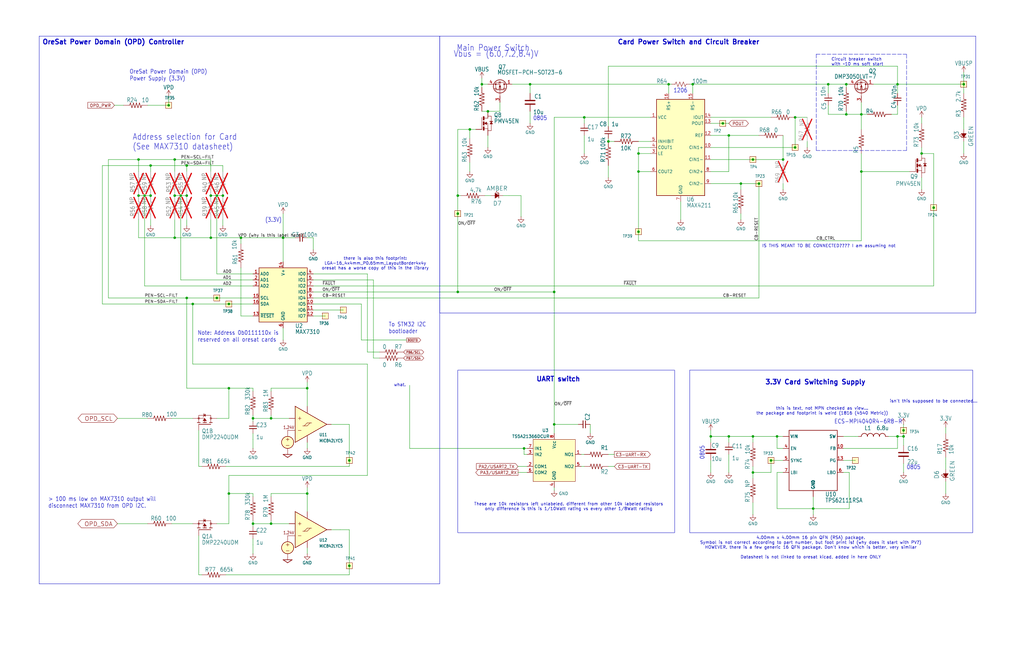
<source format=kicad_sch>
(kicad_sch (version 20250114) (generator "eeschema") (generator_version "9.0")
  (paper "USLedger")
  (title_block (title "OreSat M0 Proto Card: Power") (date "2025-06-29") (rev "5.0"))
  (rectangle (start 185.42 15.24) (end 411.48 132.08))
  (rectangle (start 193.04 156.21) (end 284.48 224.79))
  (rectangle (start 290.83 156.21) (end 410.21 224.79))
  (rectangle (start 16.51 15.24) (end 185.42 246.38))
  (text "isn't this supposed to be connected..." (at 393.7 169.418 0) (effects (font (size 1.27 1.27))))
  (text "Card Power Switch and Circuit Breaker" (at 260.35 19.05 0) (effects (font (size 2 2) (thickness 0.4) (bold yes)) (justify left bottom)))
  (text "1206" (at 283.972 39.37 0) (effects (font (size 1.778 1.5113)) (justify left bottom)))
  (text "All caps are ceramic 10% X5R >= 16V V unless marked" (at 15.24 287.02 0) (effects (font (size 1.778 1.5113)) (justify left bottom)))
  (text "3.3V Card Switching Supply" (at 322.58 162.56 0) (effects (font (size 2 2) (thickness 0.4) (bold yes)) (justify left bottom)))
  (text "this is text, not MPN checked as view...\nthe package and footprint is weird (1816 (4540 Metric))" (at 346.71 173.482 0) (effects (font (size 1.27 1.27))))
  (text "there is also this footprint:\nLGA-16_4x4mm_P0.65mm_LayoutBorder4x4y\noresat has a worse copy of this in the library" (at 158.242 111.252 0) (effects (font (size 1.27 1.27))))
  (text "4.00mm x 4.00mm 16 pin QFN (RSA) package.\nSymbol is not correct according to part number, but foot print is! (why does it start with PV?)\nHOWEVER. there is a few generic 16 QFN package. Don't know which is better, very similar\n\nDatasheet is not linked to oresat kicad, added in here ONLY" (at 341.884 231.14 0) (effects (font (size 1.27 1.27))))
  (text "Note: Address 0b0111110x is\nreserved on all oresat cards" (at 83.312 144.526 0) (effects (font (size 1.778 1.5113)) (justify left bottom)))
  (text "These are 10k resistors left unlabeled. different from other 10k labeled resistors\nonly difference is this is 1/10Watt rating vs every other 1/8Watt rating" (at 239.776 213.868 0) (effects (font (size 1.27 1.27))))
  (text "> 100 ms low on MAX7310 output will\ndisconnect MAX7310 from OPD I2C." (at 20.32 214.63 0) (effects (font (size 1.778 1.5113)) (justify left bottom)))
  (text "All resistors 0603 +/- 1% unless marked" (at 15.24 284.48 0) (effects (font (size 1.778 1.5113)) (justify left bottom)))
  (text "OreSat Power Domain (OPD)\nPower Supply (3.3V)" (at 54.61 34.29 0) (effects (font (size 1.778 1.5113)) (justify left bottom)))
  (text "Vbus = (6.0,7.2,8.4)V" (at 191.262 24.384 0) (effects (font (size 2.54 2.159)) (justify left bottom)))
  (text "0805" (at 297.18 194.056 90) (effects (font (size 1.778 1.5113)) (justify left bottom)))
  (text "OreSat Power Domain (OPD) Controller" (at 17.78 19.05 0) (effects (font (size 2 2) (thickness 0.4) (bold yes)) (justify left bottom)))
  (text "To STM32 I2C\nbootloader" (at 163.83 140.97 0) (effects (font (size 1.778 1.5113)) (justify left bottom)))
  (text "0805" (at 224.79 51.054 0) (effects (font (size 1.778 1.5113)) (justify left bottom)))
  (text "IS THIS MEANT TO BE CONNECTED???? I am assuming not" (at 349.504 103.886 0) (effects (font (size 1.27 1.27))))
  (text "ECS-MPI4040R4-6R8-R" (at 351.79 179.07 0) (effects (font (size 1.778 1.5113)) (justify left bottom)))
  (text "0805" (at 382.27 198.374 0) (effects (font (size 1.778 1.5113)) (justify left bottom)))
  (text "what." (at 168.656 162.56 0) (effects (font (size 1.27 1.27))))
  (text "Address selection for Card\n(See MAX7310 datasheet)" (at 55.88 63.5 0) (effects (font (size 2.54 2.159)) (justify left bottom)))
  (text "Circuit breaker switch\nwith ~10 ms soft start" (at 350.52 27.94 0) (effects (font (size 1.27 1.27)) (justify left bottom)))
  (text "Main Power Switch" (at 192.532 21.844 0) (effects (font (size 2.54 2.159)) (justify left bottom)))
  (text "UART switch" (at 226.06 161.29 0) (effects (font (size 2 2) (thickness 0.4) (bold yes)) (justify left bottom)))
  (text "(3.3V)" (at 111.76 93.98 0) (effects (font (size 1.778 1.5113)) (justify left bottom)))
  (junction (at 96.52 163.83))
  (junction (at 378.46 184.15))
  (junction (at 106.68 220.98))
  (junction (at 76.2 82.55))
  (junction (at 381 181.61))
  (junction (at 356.87 48.26))
  (junction (at 71.12 44.45))
  (junction (at 269.24 64.77))
  (junction (at 327.66 184.15))
  (junction (at 147.32 194.31))
  (junction (at 393.7 87.63))
  (junction (at 91.44 125.73))
  (junction (at 388.62 64.77))
  (junction (at 381 184.15))
  (junction (at 299.72 184.15))
  (junction (at 78.74 69.85))
  (junction (at 73.66 82.55))
  (junction (at 198.12 54.61))
  (junction (at 335.28 62.23))
  (junction (at 256.54 59.69))
  (junction (at 349.25 35.56))
  (junction (at 205.74 46.99))
  (junction (at 363.22 72.39))
  (junction (at 63.5 69.85))
  (junction (at 114.3 220.98))
  (junction (at 406.4 35.56))
  (junction (at 73.66 67.31))
  (junction (at 233.68 179.07))
  (junction (at 317.5 67.31))
  (junction (at 246.38 49.53))
  (junction (at 269.24 97.79))
  (junction (at 63.5 82.55))
  (junction (at 325.12 194.31))
  (junction (at 58.42 82.55))
  (junction (at 119.38 100.33))
  (junction (at 378.46 35.56))
  (junction (at 58.42 67.31))
  (junction (at 317.5 184.15))
  (junction (at 73.66 100.33))
  (junction (at 269.24 72.39))
  (junction (at 220.98 189.23))
  (junction (at 330.2 67.31))
  (junction (at 307.34 184.15))
  (junction (at 203.2 35.56))
  (junction (at 292.1 35.56))
  (junction (at 193.04 90.17))
  (junction (at 307.34 57.15))
  (junction (at 106.68 176.53))
  (junction (at 233.68 123.19))
  (junction (at 363.22 48.26))
  (junction (at 342.9 214.63))
  (junction (at 281.94 35.56))
  (junction (at 88.9 82.55))
  (junction (at 312.42 77.47))
  (junction (at 320.04 77.47))
  (junction (at 304.8 52.07))
  (junction (at 91.44 82.55))
  (junction (at 93.98 82.55))
  (junction (at 114.3 176.53))
  (junction (at 96.52 128.27))
  (junction (at 223.52 35.56))
  (junction (at 81.28 128.27))
  (junction (at 193.04 82.55))
  (junction (at 88.9 100.33))
  (junction (at 78.74 125.73))
  (junction (at 78.74 82.55))
  (junction (at 60.96 82.55))
  (junction (at 101.6 100.33))
  (junction (at 356.87 35.56))
  (junction (at 129.54 163.83))
  (junction (at 335.28 49.53))
  (junction (at 96.52 208.28))
  (junction (at 129.54 208.28))
  (junction (at 147.32 238.76))
  (junction (at 193.04 123.19))
  (junction (at 317.5 199.39))
  (wire (pts (xy 88.9 100.33) (xy 88.9 92.71)) (stroke (width 0.1524)))
  (wire (pts (xy 132.08 133.35) (xy 137.16 133.35)))
  (wire (pts (xy 307.34 194.31) (xy 307.34 199.39)) (stroke (width 0.1524)))
  (wire (pts (xy 73.66 67.31) (xy 88.9 67.31)) (stroke (width 0.1524)))
  (wire (pts (xy 58.42 67.31) (xy 73.66 67.31)) (stroke (width 0.1524)))
  (wire (pts (xy 60.96 120.65) (xy 60.96 82.55)) (stroke (width 0.1524)))
  (wire (pts (xy 223.52 35.56) (xy 279.4 35.56)) (stroke (width 0.1524)))
  (wire (pts (xy 294.64 35.56) (xy 349.25 35.56)) (stroke (width 0.1524)))
  (wire (pts (xy 157.48 151.13) (xy 160.02 151.13)) (stroke (width 0.1524)))
  (wire (pts (xy 256.54 58.42) (xy 256.54 59.69)) (stroke (width 0.1524)))
  (wire (pts (xy 212.09 82.55) (xy 214.63 82.55)))
  (wire (pts (xy 256.54 27.94) (xy 378.46 27.94)) (stroke (width 0.1524)))
  (wire (pts (xy 393.7 64.77) (xy 393.7 87.63)) (stroke (width 0.1524)))
  (wire (pts (xy 96.52 163.83) (xy 96.52 176.53)) (stroke (width 0.1524)))
  (wire (pts (xy 406.4 59.69) (xy 406.4 64.77)) (stroke (width 0.1524)))
  (wire (pts (xy 299.72 52.07) (xy 304.8 52.07)) (stroke (width 0.1524)))
  (wire (pts (xy 393.7 120.65) (xy 132.08 120.65)) (stroke (width 0.1524)))
  (wire (pts (xy 307.34 57.15) (xy 320.04 57.15)) (stroke (width 0.1524)))
  (wire (pts (xy 320.04 77.47) (xy 312.42 77.47)) (stroke (width 0.1524)))
  (wire (pts (xy 299.72 57.15) (xy 307.34 57.15)) (stroke (width 0.1524)))
  (wire (pts (xy 58.42 100.33) (xy 73.66 100.33)) (stroke (width 0.1524)))
  (wire (pts (xy 193.04 54.61) (xy 193.04 82.55)) (stroke (width 0.1524)))
  (wire (pts (xy 378.46 189.23) (xy 378.46 184.15)) (stroke (width 0.1524)))
  (wire (pts (xy 71.12 44.45) (xy 71.12 40.64)) (stroke (width 0.1524)))
  (wire (pts (xy 363.22 48.26) (xy 365.76 48.26)))
  (wire (pts (xy 147.32 223.52) (xy 147.32 238.76)) (stroke (width 0.1524)))
  (wire (pts (xy 95.25 242.57) (xy 147.32 242.57)) (stroke (width 0.1524)))
  (wire (pts (xy 381 195.58) (xy 381 199.39)) (stroke (width 0.1524)))
  (wire (pts (xy 106.68 165.1) (xy 106.68 163.83)) (stroke (width 0.1524)))
  (wire (pts (xy 143.51 223.52) (xy 147.32 223.52)) (stroke (width 0.1524)))
  (wire (pts (xy 106.68 176.53) (xy 106.68 175.26)) (stroke (width 0.1524)))
  (wire (pts (xy 129.54 208.28) (xy 114.3 208.28)) (stroke (width 0.1524)))
  (wire (pts (xy 132.08 118.11) (xy 157.48 118.11)) (stroke (width 0.1524)))
  (wire (pts (xy 269.24 97.79) (xy 269.24 72.39)) (stroke (width 0.1524)))
  (wire (pts (xy 147.32 242.57) (xy 147.32 238.76)) (stroke (width 0.1524)))
  (wire (pts (xy 393.7 87.63) (xy 393.7 120.65)) (stroke (width 0.1524)))
  (wire (pts (xy 132.08 123.19) (xy 193.04 123.19)) (stroke (width 0.1524)))
  (wire (pts (xy 299.72 186.69) (xy 299.72 184.15)) (stroke (width 0.1524)))
  (wire (pts (xy 349.25 44.45) (xy 349.25 48.26)))
  (wire (pts (xy 96.52 176.53) (xy 91.44 176.53)) (stroke (width 0.1524)))
  (wire (pts (xy 81.28 153.67) (xy 81.28 128.27)) (stroke (width 0.1524)))
  (wire (pts (xy 58.42 100.33) (xy 58.42 92.71)) (stroke (width 0.1524)))
  (wire (pts (xy 106.68 208.28) (xy 96.52 208.28)) (stroke (width 0.1524)))
  (wire (pts (xy 269.24 64.77) (xy 274.32 64.77)) (stroke (width 0.1524)))
  (wire (pts (xy 320.04 125.73) (xy 320.04 77.47)) (stroke (width 0.1524)))
  (wire (pts (xy 88.9 100.33) (xy 101.6 100.33)) (stroke (width 0.1524)))
  (wire (pts (xy 119.38 100.33) (xy 119.38 90.17)) (stroke (width 0.1524)))
  (wire (pts (xy 157.48 118.11) (xy 157.48 151.13)) (stroke (width 0.1524)))
  (wire (pts (xy 358.14 199.39) (xy 358.14 214.63)) (stroke (width 0.1524)))
  (wire (pts (xy 58.42 72.39) (xy 58.42 67.31)) (stroke (width 0.1524)))
  (wire (pts (xy 198.12 68.58) (xy 198.12 72.39)) (stroke (width 0.1524)))
  (wire (pts (xy 85.09 242.57) (xy 83.82 242.57)) (stroke (width 0.1524)))
  (wire (pts (xy 193.04 82.55) (xy 193.04 90.17)) (stroke (width 0.1524)))
  (wire (pts (xy 114.3 220.98) (xy 121.92 220.98)) (stroke (width 0.1524)))
  (wire (pts (xy 96.52 220.98) (xy 91.44 220.98)) (stroke (width 0.1524)))
  (wire (pts (xy 45.72 125.73) (xy 78.74 125.73)) (stroke (width 0.1524)))
  (wire (pts (xy 363.22 48.26) (xy 363.22 54.61)) (stroke (width 0.1524)))
  (wire (pts (xy 269.24 101.6) (xy 269.24 97.79)) (stroke (width 0.1524)))
  (wire (pts (xy 106.68 163.83) (xy 96.52 163.83)) (stroke (width 0.1524)))
  (wire (pts (xy 349.25 48.26) (xy 355.6 48.26)))
  (wire (pts (xy 256.54 27.94) (xy 256.54 53.34)) (stroke (width 0.1524)))
  (wire (pts (xy 106.68 115.57) (xy 91.44 115.57)) (stroke (width 0.1524)))
  (wire (pts (xy 355.6 189.23) (xy 378.46 189.23)) (stroke (width 0.1524)))
  (wire (pts (xy 106.68 220.98) (xy 106.68 219.71)) (stroke (width 0.1524)))
  (wire (pts (xy 194.31 82.55) (xy 193.04 82.55)) (stroke (width 0.1524)))
  (wire (pts (xy 299.72 49.53) (xy 325.12 49.53)) (stroke (width 0.1524)))
  (wire (pts (xy 327.66 199.39) (xy 330.2 199.39)) (stroke (width 0.1524)))
  (wire (pts (xy 223.52 39.37) (xy 223.52 35.56)) (stroke (width 0.1524)))
  (wire (pts (xy 307.34 186.69) (xy 307.34 184.15)) (stroke (width 0.1524)))
  (wire (pts (xy 233.68 171.45) (xy 233.68 123.19)) (stroke (width 0.1524)))
  (wire (pts (xy 78.74 92.71) (xy 78.74 95.25)))
  (wire (pts (xy 398.78 180.34) (xy 398.78 182.88)) (stroke (width 0.1524)))
  (wire (pts (xy 233.68 179.07) (xy 243.84 179.07)))
  (wire (pts (xy 76.2 118.11) (xy 76.2 82.55)) (stroke (width 0.1524)))
  (wire (pts (xy 106.68 120.65) (xy 60.96 120.65)) (stroke (width 0.1524)))
  (wire (pts (xy 330.2 184.15) (xy 327.66 184.15)) (stroke (width 0.1524)))
  (wire (pts (xy 299.72 194.31) (xy 299.72 196.85)) (stroke (width 0.1524)))
  (wire (pts (xy 312.42 80.01) (xy 312.42 77.47)) (stroke (width 0.1524)))
  (wire (pts (xy 204.47 82.55) (xy 207.01 82.55)) (stroke (width 0.1524)))
  (wire (pts (xy 78.74 125.73) (xy 91.44 125.73)) (stroke (width 0.1524)))
  (wire (pts (xy 96.52 208.28) (xy 96.52 220.98)) (stroke (width 0.1524)))
  (wire (pts (xy 91.44 82.55) (xy 88.9 82.55)) (stroke (width 0.1524)))
  (wire (pts (xy 119.38 138.43) (xy 119.38 143.51)) (stroke (width 0.1524)))
  (wire (pts (xy 292.1 35.56) (xy 292.1 39.37)))
  (wire (pts (xy 132.08 125.73) (xy 320.04 125.73)) (stroke (width 0.1524)))
  (wire (pts (xy 81.28 220.98) (xy 72.39 220.98)) (stroke (width 0.1524)))
  (wire (pts (xy 83.82 196.85) (xy 83.82 181.61)) (stroke (width 0.1524)))
  (wire (pts (xy 327.66 184.15) (xy 317.5 184.15)) (stroke (width 0.1524)))
  (wire (pts (xy 233.68 171.45) (xy 233.68 179.07)))
  (wire (pts (xy 335.28 62.23) (xy 335.28 49.53)) (stroke (width 0.1524)))
  (wire (pts (xy 330.2 77.47) (xy 330.2 80.01)))
  (wire (pts (xy 78.74 163.83) (xy 78.74 125.73)) (stroke (width 0.1524)))
  (wire (pts (xy 342.9 209.55) (xy 342.9 214.63)) (stroke (width 0.1524)))
  (wire (pts (xy 356.87 35.56) (xy 358.14 35.56)) (stroke (width 0.1524)))
  (wire (pts (xy 256.54 69.85) (xy 256.54 74.93)) (stroke (width 0.1524)))
  (wire (pts (xy 96.52 163.83) (xy 78.74 163.83)) (stroke (width 0.1524)))
  (wire (pts (xy 356.87 48.26) (xy 356.87 46.99)))
  (wire (pts (xy 274.32 62.23) (xy 269.24 62.23)) (stroke (width 0.1524)))
  (wire (pts (xy 139.7 223.52) (xy 143.51 223.52)))
  (wire (pts (xy 95.25 196.85) (xy 147.32 196.85)) (stroke (width 0.1524)))
  (wire (pts (xy 317.5 186.69) (xy 317.5 184.15)) (stroke (width 0.1524)))
  (wire (pts (xy 335.28 49.53) (xy 340.36 49.53)) (stroke (width 0.1524)))
  (wire (pts (xy 340.36 59.69) (xy 340.36 62.23)))
  (wire (pts (xy 129.54 163.83) (xy 129.54 161.29)) (stroke (width 0.1524)))
  (wire (pts (xy 129.54 208.28) (xy 129.54 205.74)) (stroke (width 0.1524)))
  (wire (pts (xy 330.2 67.31) (xy 330.2 57.15)) (stroke (width 0.1524)))
  (wire (pts (xy 106.68 229.87) (xy 106.68 233.68)) (stroke (width 0.1524)))
  (wire (pts (xy 220.98 189.23) (xy 172.72 189.23)))
  (wire (pts (xy 223.52 46.99) (xy 223.52 52.07)) (stroke (width 0.1524)))
  (wire (pts (xy 78.74 69.85) (xy 93.98 69.85)) (stroke (width 0.1524)))
  (wire (pts (xy 355.6 199.39) (xy 358.14 199.39)) (stroke (width 0.1524)))
  (wire (pts (xy 233.68 49.53) (xy 246.38 49.53)) (stroke (width 0.1524)))
  (wire (pts (xy 325.12 199.39) (xy 317.5 199.39)) (stroke (width 0.1524)))
  (wire (pts (xy 406.4 52.07) (xy 406.4 54.61)))
  (wire (pts (xy 129.54 100.33) (xy 132.08 100.33)) (stroke (width 0.1524)))
  (wire (pts (xy 233.68 123.19) (xy 233.68 49.53)) (stroke (width 0.1524)))
  (wire (pts (xy 193.04 90.17) (xy 193.04 123.19)) (stroke (width 0.1524)))
  (wire (pts (xy 299.72 184.15) (xy 307.34 184.15)) (stroke (width 0.1524)))
  (wire (pts (xy 281.94 35.56) (xy 281.94 39.37)))
  (wire (pts (xy 93.98 69.85) (xy 93.98 72.39)) (stroke (width 0.1524)))
  (wire (pts (xy 378.46 48.26) (xy 375.92 48.26)))
  (wire (pts (xy 114.3 165.1) (xy 114.3 163.83)) (stroke (width 0.1524)))
  (wire (pts (xy 106.68 133.35) (xy 101.6 133.35)) (stroke (width 0.1524)))
  (wire (pts (xy 106.68 220.98) (xy 114.3 220.98)) (stroke (width 0.1524)))
  (wire (pts (xy 317.5 67.31) (xy 330.2 67.31)) (stroke (width 0.1524)))
  (wire (pts (xy 119.38 100.33) (xy 119.38 110.49)))
  (wire (pts (xy 129.54 171.45) (xy 129.54 163.83)) (stroke (width 0.1524)))
  (wire (pts (xy 304.8 52.07) (xy 307.34 52.07)) (stroke (width 0.1524)))
  (wire (pts (xy 154.94 115.57) (xy 132.08 115.57)) (stroke (width 0.1524)))
  (wire (pts (xy 287.02 85.09) (xy 287.02 92.71)) (stroke (width 0.1524)))
  (wire (pts (xy 203.2 35.56) (xy 203.2 36.83)))
  (wire (pts (xy 363.22 64.77) (xy 363.22 72.39)) (stroke (width 0.1524)))
  (wire (pts (xy 317.5 67.31) (xy 299.72 67.31)) (stroke (width 0.1524)))
  (wire (pts (xy 45.72 67.31) (xy 58.42 67.31)) (stroke (width 0.1524)))
  (polyline (pts (xy 344.17 22.86) (xy 382.27 22.86)) (stroke (width 0) (type dash)))
  (wire (pts (xy 154.94 153.67) (xy 81.28 153.67)) (stroke (width 0.1524)))
  (wire (pts (xy 349.25 35.56) (xy 356.87 35.56)) (stroke (width 0.1524)))
  (wire (pts (xy 76.2 82.55) (xy 73.66 82.55)) (stroke (width 0.1524)))
  (wire (pts (xy 62.23 220.98) (xy 49.53 220.98)) (stroke (width 0.1524)))
  (wire (pts (xy 43.18 69.85) (xy 63.5 69.85)) (stroke (width 0.1524)))
  (wire (pts (xy 152.4 128.27) (xy 152.4 143.51)) (stroke (width 0.1524)))
  (wire (pts (xy 360.68 184.15) (xy 361.95 184.15)))
  (polyline (pts (xy 344.17 22.86) (xy 344.17 63.5)) (stroke (width 0) (type dash)))
  (wire (pts (xy 52.07 44.45) (xy 48.26 44.45)) (stroke (width 0.1524)))
  (wire (pts (xy 172.72 162.56) (xy 172.72 189.23)))
  (wire (pts (xy 406.4 35.56) (xy 406.4 39.37)) (stroke (width 0.1524)))
  (wire (pts (xy 292.1 35.56) (xy 294.64 35.56)))
  (wire (pts (xy 378.46 184.15) (xy 381 184.15)) (stroke (width 0.1524)))
  (wire (pts (xy 106.68 227.33) (xy 106.68 229.87)))
  (wire (pts (xy 198.12 54.61) (xy 193.04 54.61)) (stroke (width 0.1524)))
  (wire (pts (xy 398.78 195.58) (xy 398.78 198.12)))
  (polyline (pts (xy 382.27 63.5) (xy 382.27 22.86)) (stroke (width 0) (type dash)))
  (wire (pts (xy 363.22 72.39) (xy 383.54 72.39)) (stroke (width 0.1524)))
  (wire (pts (xy 101.6 100.33) (xy 119.38 100.33)) (stroke (width 0.1524)))
  (wire (pts (xy 317.5 201.93) (xy 317.5 199.39)) (stroke (width 0.1524)))
  (wire (pts (xy 106.68 182.88) (xy 106.68 185.42)))
  (wire (pts (xy 198.12 58.42) (xy 198.12 54.61)) (stroke (width 0.1524)))
  (wire (pts (xy 203.2 33.02) (xy 203.2 35.56)))
  (wire (pts (xy 114.3 176.53) (xy 121.92 176.53)) (stroke (width 0.1524)))
  (wire (pts (xy 96.52 128.27) (xy 81.28 128.27)) (stroke (width 0.1524)))
  (wire (pts (xy 219.71 82.55) (xy 219.71 91.44)) (stroke (width 0.1524)))
  (wire (pts (xy 317.5 212.09) (xy 317.5 217.17)) (stroke (width 0.1524)))
  (wire (pts (xy 154.94 115.57) (xy 154.94 148.59)) (stroke (width 0.1524)))
  (wire (pts (xy 269.24 64.77) (xy 269.24 72.39)) (stroke (width 0.1524)))
  (wire (pts (xy 378.46 44.45) (xy 378.46 48.26)))
  (wire (pts (xy 106.68 176.53) (xy 114.3 176.53)) (stroke (width 0.1524)))
  (wire (pts (xy 274.32 59.69) (xy 269.24 59.69)) (stroke (width 0.1524)))
  (wire (pts (xy 378.46 35.56) (xy 406.4 35.56)) (stroke (width 0.1524)))
  (wire (pts (xy 368.3 35.56) (xy 378.46 35.56)) (stroke (width 0.1524)))
  (wire (pts (xy 106.68 118.11) (xy 76.2 118.11)) (stroke (width 0.1524)))
  (wire (pts (xy 356.87 48.26) (xy 363.22 48.26)))
  (wire (pts (xy 356.87 48.26) (xy 355.6 48.26)) (stroke (width 0.1524)))
  (wire (pts (xy 269.24 62.23) (xy 269.24 64.77)) (stroke (width 0.1524)))
  (wire (pts (xy 152.4 143.51) (xy 171.45 143.51)) (stroke (width 0.1524)))
  (wire (pts (xy 381 184.15) (xy 381 187.96)))
  (wire (pts (xy 106.68 220.98) (xy 106.68 222.25)) (stroke (width 0.1524)))
  (wire (pts (xy 88.9 72.39) (xy 88.9 67.31)) (stroke (width 0.1524)))
  (wire (pts (xy 222.25 191.77) (xy 220.98 191.77)))
  (wire (pts (xy 355.6 194.31) (xy 360.68 194.31)) (stroke (width 0.1524)))
  (wire (pts (xy 356.87 35.56) (xy 356.87 36.83)) (stroke (width 0.1524)))
  (wire (pts (xy 246.38 196.85) (xy 245.11 196.85)))
  (wire (pts (xy 325.12 194.31) (xy 325.12 199.39)) (stroke (width 0.1524)))
  (wire (pts (xy 218.44 199.39) (xy 222.25 199.39)))
  (wire (pts (xy 93.98 82.55) (xy 91.44 82.55)) (stroke (width 0.1524)))
  (wire (pts (xy 317.5 184.15) (xy 307.34 184.15)) (stroke (width 0.1524)))
  (wire (pts (xy 83.82 242.57) (xy 83.82 226.06)) (stroke (width 0.1524)))
  (wire (pts (xy 363.22 43.18) (xy 363.22 48.26)))
  (wire (pts (xy 246.38 52.07) (xy 246.38 49.53)) (stroke (width 0.1524)))
  (wire (pts (xy 220.98 191.77) (xy 220.98 189.23)))
  (wire (pts (xy 381 179.07) (xy 381 181.61)) (stroke (width 0.1524)))
  (wire (pts (xy 106.68 185.42) (xy 106.68 189.23)) (stroke (width 0.1524)))
  (wire (pts (xy 129.54 208.28) (xy 129.54 215.9)) (stroke (width 0.1524)))
  (wire (pts (xy 147.32 196.85) (xy 147.32 194.31)) (stroke (width 0.1524)))
  (wire (pts (xy 85.09 196.85) (xy 83.82 196.85)) (stroke (width 0.1524)))
  (wire (pts (xy 73.66 100.33) (xy 73.66 92.71)) (stroke (width 0.1524)))
  (wire (pts (xy 81.28 176.53) (xy 72.39 176.53)) (stroke (width 0.1524)))
  (wire (pts (xy 327.66 199.39) (xy 327.66 214.63)) (stroke (width 0.1524)))
  (wire (pts (xy 312.42 77.47) (xy 299.72 77.47)) (stroke (width 0.1524)))
  (wire (pts (xy 45.72 125.73) (xy 45.72 67.31)) (stroke (width 0.1524)))
  (wire (pts (xy 91.44 125.73) (xy 106.68 125.73)) (stroke (width 0.1524)))
  (wire (pts (xy 203.2 35.56) (xy 205.74 35.56)) (stroke (width 0.1524)))
  (wire (pts (xy 78.74 82.55) (xy 76.2 82.55)) (stroke (width 0.1524)))
  (wire (pts (xy 327.66 214.63) (xy 342.9 214.63)) (stroke (width 0.1524)))
  (wire (pts (xy 299.72 196.85) (xy 299.72 199.39)))
  (wire (pts (xy 299.72 62.23) (xy 335.28 62.23)) (stroke (width 0.1524)))
  (wire (pts (xy 78.74 72.39) (xy 78.74 69.85)) (stroke (width 0.1524)))
  (wire (pts (xy 119.38 100.33) (xy 124.46 100.33)) (stroke (width 0.1524)))
  (wire (pts (xy 358.14 214.63) (xy 342.9 214.63)) (stroke (width 0.1524)))
  (wire (pts (xy 198.12 54.61) (xy 200.66 54.61)) (stroke (width 0.1524)))
  (wire (pts (xy 205.74 46.99) (xy 210.82 46.99)) (stroke (width 0.1524)))
  (wire (pts (xy 63.5 82.55) (xy 60.96 82.55)) (stroke (width 0.1524)))
  (wire (pts (xy 246.38 59.69) (xy 246.38 64.77)) (stroke (width 0.1524)))
  (wire (pts (xy 218.44 196.85) (xy 222.25 196.85)))
  (wire (pts (xy 381 184.15) (xy 381 181.61)) (stroke (width 0.1524)))
  (wire (pts (xy 281.94 35.56) (xy 283.21 35.56)))
  (wire (pts (xy 154.94 148.59) (xy 160.02 148.59)) (stroke (width 0.1524)))
  (wire (pts (xy 398.78 203.2) (xy 398.78 208.28)) (stroke (width 0.1524)))
  (wire (pts (xy 327.66 189.23) (xy 330.2 189.23)) (stroke (width 0.1524)))
  (wire (pts (xy 81.28 128.27) (xy 43.18 128.27)) (stroke (width 0.1524)))
  (wire (pts (xy 307.34 72.39) (xy 307.34 57.15)) (stroke (width 0.1524)))
  (wire (pts (xy 317.5 199.39) (xy 317.5 196.85)) (stroke (width 0.1524)))
  (wire (pts (xy 73.66 72.39) (xy 73.66 67.31)) (stroke (width 0.1524)))
  (wire (pts (xy 93.98 92.71) (xy 93.98 95.25)))
  (wire (pts (xy 259.08 196.85) (xy 256.54 196.85)))
  (wire (pts (xy 96.52 200.66) (xy 154.94 200.66)) (stroke (width 0.1524)))
  (wire (pts (xy 205.74 57.15) (xy 205.74 62.23)) (stroke (width 0.1524)))
  (wire (pts (xy 62.23 176.53) (xy 49.53 176.53)) (stroke (width 0.1524)))
  (wire (pts (xy 363.22 72.39) (xy 363.22 101.6)) (stroke (width 0.1524)))
  (wire (pts (xy 246.38 49.53) (xy 274.32 49.53)) (stroke (width 0.1524)))
  (wire (pts (xy 132.08 128.27) (xy 152.4 128.27)) (stroke (width 0.1524)))
  (wire (pts (xy 355.6 184.15) (xy 360.68 184.15)) (stroke (width 0.1524)))
  (wire (pts (xy 129.54 231.14) (xy 129.54 233.68)) (stroke (width 0.1524)))
  (wire (pts (xy 193.04 123.19) (xy 233.68 123.19)) (stroke (width 0.1524)))
  (wire (pts (xy 398.78 193.04) (xy 398.78 195.58)) (stroke (width 0.1524)))
  (wire (pts (xy 388.62 74.93) (xy 388.62 80.01)) (stroke (width 0.1524)))
  (wire (pts (xy 114.3 209.55) (xy 114.3 208.28)) (stroke (width 0.1524)))
  (wire (pts (xy 290.83 35.56) (xy 292.1 35.56)))
  (wire (pts (xy 101.6 113.03) (xy 101.6 133.35)) (stroke (width 0.1524)))
  (wire (pts (xy 269.24 72.39) (xy 274.32 72.39)) (stroke (width 0.1524)))
  (wire (pts (xy 210.82 46.99) (xy 210.82 43.18)) (stroke (width 0.1524)))
  (wire (pts (xy 63.5 92.71) (xy 63.5 95.25)))
  (wire (pts (xy 406.4 30.48) (xy 406.4 35.56)) (stroke (width 0.1524)))
  (wire (pts (xy 96.52 208.28) (xy 96.52 200.66)) (stroke (width 0.1524)))
  (wire (pts (xy 378.46 27.94) (xy 378.46 35.56)) (stroke (width 0.1524)))
  (wire (pts (xy 406.4 49.53) (xy 406.4 52.07)) (stroke (width 0.1524)))
  (wire (pts (xy 327.66 189.23) (xy 327.66 184.15)) (stroke (width 0.1524)))
  (wire (pts (xy 215.9 35.56) (xy 223.52 35.56)) (stroke (width 0.1524)))
  (wire (pts (xy 259.08 191.77) (xy 256.54 191.77)))
  (wire (pts (xy 147.32 179.07) (xy 147.32 194.31)) (stroke (width 0.1524)))
  (wire (pts (xy 203.2 46.99) (xy 205.74 46.99)) (stroke (width 0.1524)))
  (wire (pts (xy 63.5 69.85) (xy 78.74 69.85)) (stroke (width 0.1524)))
  (wire (pts (xy 378.46 36.83) (xy 378.46 39.37)))
  (wire (pts (xy 60.96 82.55) (xy 58.42 82.55)) (stroke (width 0.1524)))
  (wire (pts (xy 299.72 184.15) (xy 299.72 181.61)) (stroke (width 0.1524)))
  (wire (pts (xy 62.23 44.45) (xy 71.12 44.45)) (stroke (width 0.1524)))
  (wire (pts (xy 106.68 177.8) (xy 106.68 176.53)) (stroke (width 0.1524)))
  (wire (pts (xy 246.38 191.77) (xy 245.11 191.77)))
  (wire (pts (xy 106.68 128.27) (xy 96.52 128.27)) (stroke (width 0.1524)))
  (wire (pts (xy 233.68 179.07) (xy 233.68 182.88)))
  (wire (pts (xy 256.54 59.69) (xy 259.08 59.69)) (stroke (width 0.1524)))
  (wire (pts (xy 312.42 92.71) (xy 312.42 90.17)))
  (wire (pts (xy 281.94 35.56) (xy 279.4 35.56)))
  (wire (pts (xy 139.7 179.07) (xy 147.32 179.07)) (stroke (width 0.1524)))
  (wire (pts (xy 129.54 186.69) (xy 129.54 189.23)) (stroke (width 0.1524)))
  (wire (pts (xy 233.68 205.74) (xy 233.68 207.01)))
  (wire (pts (xy 101.6 102.87) (xy 101.6 100.33)) (stroke (width 0.1524)))
  (wire (pts (xy 91.44 115.57) (xy 91.44 82.55)) (stroke (width 0.1524)))
  (wire (pts (xy 132.08 100.33) (xy 132.08 105.41)) (stroke (width 0.1524)))
  (wire (pts (xy 129.54 163.83) (xy 114.3 163.83)) (stroke (width 0.1524)))
  (wire (pts (xy 63.5 72.39) (xy 63.5 69.85)) (stroke (width 0.1524)))
  (wire (pts (xy 388.62 49.53) (xy 388.62 52.07)) (stroke (width 0.1524)))
  (wire (pts (xy 307.34 191.77) (xy 307.34 194.31)))
  (wire (pts (xy 269.24 101.6) (xy 363.22 101.6)) (stroke (width 0.1524)))
  (wire (pts (xy 388.62 64.77) (xy 393.7 64.77)) (stroke (width 0.1524)))
  (wire (pts (xy 388.62 62.23) (xy 388.62 64.77)) (stroke (width 0.1524)))
  (wire (pts (xy 132.08 130.81) (xy 144.78 130.81)) (stroke (width 0.1524)))
  (wire (pts (xy 106.68 209.55) (xy 106.68 208.28)) (stroke (width 0.1524)))
  (wire (pts (xy 349.25 35.56) (xy 349.25 39.37)))
  (wire (pts (xy 325.12 194.31) (xy 330.2 194.31)) (stroke (width 0.1524)))
  (wire (pts (xy 220.98 189.23) (xy 222.25 189.23)))
  (wire (pts (xy 114.3 219.71) (xy 114.3 220.98)) (stroke (width 0.1524)))
  (wire (pts (xy 154.94 200.66) (xy 154.94 153.67)) (stroke (width 0.1524)))
  (wire (pts (xy 73.66 100.33) (xy 88.9 100.33)) (stroke (width 0.1524)))
  (wire (pts (xy 356.87 48.26) (xy 356.87 46.99)) (stroke (width 0.1524)))
  (wire (pts (xy 43.18 128.27) (xy 43.18 69.85)) (stroke (width 0.1524)))
  (wire (pts (xy 342.9 214.63) (xy 342.9 217.17)) (stroke (width 0.1524)))
  (wire (pts (xy 114.3 175.26) (xy 114.3 176.53)) (stroke (width 0.1524)))
  (wire (pts (xy 378.46 35.56) (xy 378.46 36.83)) (stroke (width 0.1524)))
  (wire (pts (xy 246.38 57.15) (xy 246.38 59.69)))
  (wire (pts (xy 214.63 82.55) (xy 219.71 82.55)) (stroke (width 0.1524)))
  (polyline (pts (xy 344.17 63.5) (xy 382.27 63.5)) (stroke (width 0) (type dash)))
  (wire (pts (xy 299.72 72.39) (xy 307.34 72.39)) (stroke (width 0.1524)))
  (wire (pts (xy 248.92 179.07) (xy 248.92 182.88)))
  (wire (pts (xy 374.65 184.15) (xy 378.46 184.15)) (stroke (width 0.1524)))
  (label "AD0" (at 93.98 115.57 0) (effects (font (size 1.2446 1.2446))))
  (label "ON/~{OFF}" (at 193.04 95.25 0) (effects (font (size 1.2446 1.2446))))
  (label "AD2" (at 93.98 120.65 0) (effects (font (size 1.2446 1.2446))))
  (label "CB-RESET" (at 320.04 101.6 90) (effects (font (size 1.2446 1.2446))))
  (label "~{FAULT}" (at 262.89 120.65 0) (effects (font (size 1.2446 1.2446))))
  (label "ON/~{OFF}" (at 208.28 123.19 0) (effects (font (size 1.2446 1.2446))))
  (label "ON/~{OFF}" (at 135.89 123.19 0) (effects (font (size 1.2446 1.2446))))
  (label "~{FAULT}" (at 135.89 120.65 0) (effects (font (size 1.2446 1.2446))))
  (label "CB-RESET" (at 135.89 125.73 0) (effects (font (size 1.2446 1.2446))))
  (label "PEN-SCL-FILT" (at 76.2 67.31 0) (effects (font (size 1.2446 1.2446))))
  (label "CB_CTRL" (at 344.17 101.6 0) (effects (font (size 1.2446 1.2446))))
  (label "CB-RESET" (at 304.8 125.73 0) (effects (font (size 1.2446 1.2446))))
  (label "PEN-SDA-FILT" (at 60.96 128.27 0) (effects (font (size 1.2446 1.2446))))
  (label "ON/~{OFF}" (at 233.68 171.45 0) (effects (font (size 1.2446 1.2446))))
  (label "VPD (why is this label here?)" (at 100.33 100.33 0) (effects (font (size 1.2446 1.2446))))
  (label "PEN-SCL-FILT" (at 60.96 125.73 0) (effects (font (size 1.2446 1.2446))))
  (label "PEN-SDA-FILT" (at 76.2 69.85 0) (effects (font (size 1.2446 1.2446))))
  (label "AD1" (at 93.98 118.11 0) (effects (font (size 1.2446 1.2446))))
  (global_label "OPD_SCL" (shape bidirectional) (at 49.53 176.53 180) (effects (font (size 1.778 1.778))) (property "Intersheetrefs" "${INTERSHEET_REFS}" (at 32.1112 176.53 0) (effects (justify right))))
  (global_label "OPD_SDA" (shape bidirectional) (at 49.53 220.98 180) (effects (font (size 1.778 1.778))) (property "Intersheetrefs" "${INTERSHEET_REFS}" (at 32.0265 220.98 0) (effects (justify right))))
  (global_label "OPD_PWR" (shape input) (at 48.26 44.45 180) (property "Intersheetrefs" "${INTERSHEET_REFS}" (at 36.4453 44.45 0) (effects (justify right))))
  (global_label "C3-UART-RX" (shape output) (at 259.08 191.77 0) (property "Intersheetrefs" "${INTERSHEET_REFS}" (at 274.7463 191.77 0) (effects (justify left))))
  (global_label "POUT" (shape bidirectional) (at 307.34 52.07 0) (effects (font (size 1.2446 1.2446))) (property "Intersheetrefs" "${INTERSHEET_REFS}" (at 316.1549 52.07 0) (effects (justify left))))
  (global_label "PB7/SDA" (shape bidirectional) (at 170.18 151.13 0) (effects (font (size 0.889 0.889))) (property "Intersheetrefs" "${INTERSHEET_REFS}" (at 179.1011 151.13 0) (effects (justify left))))
  (global_label "PA3{slash}USART2_RX" (shape output) (at 218.44 199.39 180) (property "Intersheetrefs" "${INTERSHEET_REFS}" (at 200.1128 199.39 0) (effects (justify right))))
  (global_label "PA2{slash}USART2_TX" (shape input) (at 218.44 196.85 180) (property "Intersheetrefs" "${INTERSHEET_REFS}" (at 200.4152 196.85 0) (effects (justify right))))
  (global_label "C3-UART-TX" (shape input) (at 259.08 196.85 0) (property "Intersheetrefs" "${INTERSHEET_REFS}" (at 274.4439 196.85 0) (effects (justify left))))
  (global_label "PB6/SCL" (shape bidirectional) (at 170.18 148.59 0) (effects (font (size 0.889 0.889))) (property "Intersheetrefs" "${INTERSHEET_REFS}" (at 179.0588 148.59 0) (effects (justify left))))
  (global_label "BOOT0" (shape output) (at 171.45 143.51 0) (effects (font (size 0.889 0.889))) (property "Intersheetrefs" "${INTERSHEET_REFS}" (at 177.8151 143.51 0) (effects (justify left))))
  (symbol (lib_id "oresat-ics:MIC842LYC5") (at 129.54 179.07 0) (unit 1)
    (property "Reference" "U11" (at 134.62 184.15 0) (effects (font (size 1.27 1.0795)) (justify left bottom)))
    (property "Value" "MIC842LYC5" (at 134.62 186.69 0) (effects (font (size 1.27 1.0795)) (justify left bottom)))
    (property "Footprint" "Package_TO_SOT_SMD:SOT-353_SC-70-5" (effects (hide yes)))
    (property "Datasheet" "https://ww1.microchip.com/downloads/aemDocuments/documents/OTH/ProductDocuments/DataSheets/20005758A.pdf" (effects (hide yes)))
    (property "Description" "IC Single Comparator W/REF, SC-70-5" (effects (hide yes)))
  )
  (symbol (lib_id "Device:C_Small") (at 246.38 179.07 270) (mirror x) (unit 1)
    (property "Reference" "C2" (at 246.761 177.546 0) (effects (font (size 1.778 1.5113)) (justify left bottom)))
    (property "Value" "CL10B104KB8NNNL" (effects (hide yes)))
    (property "Footprint" "oresat-passives:0603-C-NOSILK" (effects (hide yes)))
    (property "Description" "Unpolarized capacitor, small symbol" (effects (hide yes)))
    (instances (project "oresat-proto-card" (path "" (reference "C2") (unit 1))) (project "oresat-adcs-card" (path "" (reference "C99") (unit 1))))
  )
  (symbol (lib_id "oresat-passives:R-US") (at 90.17 196.85 180) (unit 1)
    (property "Reference" "R81" (at 85.09 195.58 0) (effects (font (size 1.778 1.5113)) (justify right top)))
    (property "Value" "665k" (at 91.44 195.58 0) (effects (font (size 1.778 1.5113)) (justify right top)))
    (property "Footprint" "oresat-passives:0603-C-NOSILK" (effects (hide yes)))
    (property "DIS" "Digi-Key" (effects (hide yes)))
    (property "DPN" "RNCP0603FTD10K0CT-ND  " (effects (hide yes)))
    (property "MFR" "Stackpole" (effects (hide yes)))
    (property "MPN" "RNCP0603FTD10K0" (effects (hide yes)))
  )
  (symbol (lib_id "oresat-power:VPD") (at 119.38 90.17 0) (unit 1)
    (property "Reference" "#VPD07" (effects (hide yes)))
    (property "Value" "VPD" (at 119.38 87.376 0) (effects (font (size 1.778 1.5113)) (justify bottom)))
  )
  (symbol (lib_id "Device:C_Small") (at 106.68 180.34 0) (unit 1)
    (property "Reference" "C23" (at 107.95 180.34 0) (effects (font (size 1.778 1.5113)) (justify left bottom)))
    (property "Value" "1u" (at 107.95 185.42 0) (effects (font (size 1.778 1.5113)) (justify left bottom)))
    (property "Footprint" "oresat-passives:0603-C-NOSILK" (effects (hide yes)))
    (property "Description" "Unpolarized capacitor, small symbol" (effects (hide yes)))
    (property "DIS" "Digi-Key" (effects (hide yes)))
    (property "DPN" "311-1444-1-ND" (effects (hide yes)))
    (property "MFR" "Yageo" (effects (hide yes)))
    (property "MPN" "CC0603KRX5R7BB105" (effects (hide yes)))
  )
  (symbol (lib_id "Device:C") (at 223.52 43.18 0) (unit 1)
    (property "Reference" "C1" (at 225.298 41.656 0) (effects (font (size 1.778 1.5113)) (justify left bottom)))
    (property "Value" "10u" (at 224.79 48.26 0) (effects (font (size 1.778 1.5113)) (justify left bottom)))
    (property "Footprint" "oresat-passives:0805-B-NOSILK" (effects (hide yes)))
    (property "Description" "Unpolarized capacitor" (effects (hide yes)))
    (property "DIS" "Digi-Key" (effects (hide yes)))
    (property "DPN" "1276-6472-1-ND" (effects (hide yes)))
    (property "MFR" "Samsung" (effects (hide yes)))
    (property "MPN" "CL21B106KOQNNNG" (effects (hide yes)))
  )
  (symbol (lib_id "oresat-misc:Test-Point-0.75mm-th") (at 335.28 62.23 0) (unit 1) (in_bom no)
    (property "Reference" "TP15" (at 331.47 66.04 0) (effects (font (size 1.27 1.0795)) (justify left bottom)))
    (property "Value" "Test-Point" (effects (hide yes)))
    (property "Footprint" "oresat-misc:TestPoint-0.75mm-th" (effects (hide yes)))
    (property "Description" "0.75 mm TH test point; good for scope probes and jumpers" (effects (hide yes)))
  )
  (symbol (lib_id "power:GND") (at 248.92 182.88 0) (mirror y) (unit 1)
    (property "Reference" "#GND07" (effects (hide yes)))
    (property "Value" "GND" (at 248.92 186.69 0))
    (property "Description" "Power symbol creates a global label with name \"GND\" , ground" (effects (hide yes)))
    (instances (project "oresat-proto-card" (path "" (reference "#GND07") (unit 1))) (project "oresat-adcs-card" (path "" (reference "#GND015") (unit 1))))
  )
  (symbol (lib_id "Device:LED_Small_Filled") (at 406.4 57.15 90) (unit 1)
    (property "Reference" "D3" (at 404.368 58.928 0) (effects (font (size 1.778 1.778)) (justify left bottom)))
    (property "Value" "GREEN" (at 408.432 61.976 0) (effects (font (size 1.778 1.778)) (justify left top)))
    (property "Footprint" "LED_SMD:LED_0603_1608Metric" (effects (hide yes)))
    (property "Description" "Light emitting diode, small symbol, filled shape" (effects (hide yes)))
    (property "DIS" "Digi-Key" (effects (hide yes)))
    (property "DPN" "511-1584-1-ND" (effects (hide yes)))
    (property "MFR" "Rohm" (effects (hide yes)))
    (property "MPN" "SML-E12M8WT86" (effects (hide yes)))
    (property "Sim.Device" "D" (effects (hide yes)))
    (property "Sim.Pins" "1=K 2=A" (effects (hide yes)))
  )
  (symbol (lib_id "power:GND") (at 132.08 105.41 0) (mirror y) (unit 1)
    (property "Reference" "#GND09" (effects (hide yes)))
    (property "Value" "GND" (at 132.08 109.22 0))
    (property "Description" "Power symbol creates a global label with name \"GND\" , ground" (effects (hide yes)))
  )
  (symbol (lib_id "oresat-passives:R-US") (at 106.68 214.63 90) (unit 1)
    (property "Reference" "R78" (at 105.41 219.71 0) (effects (font (size 1.778 1.5113)) (justify left bottom)))
    (property "Value" "330k" (at 105.41 213.36 0) (effects (font (size 1.778 1.5113)) (justify left bottom)))
    (property "Footprint" "oresat-passives:0603-C-NOSILK" (effects (hide yes)))
    (property "DIS" "Digi-Key" (effects (hide yes)))
    (property "DPN" "A129718CT-ND" (effects (hide yes)))
    (property "MFR" "TE Connectivity" (effects (hide yes)))
    (property "MPN" "CRGCQ0603F330K" (effects (hide yes)))
  )
  (symbol (lib_id "oresat-misc:Test-Point-0.75mm-th") (at 91.44 125.73 180) (unit 1) (in_bom no)
    (property "Reference" "TP37" (at 93.98 121.92 0) (effects (font (size 1.27 1.0795)) (justify left bottom)))
    (property "Value" "Test-Point" (effects (hide yes)))
    (property "Footprint" "oresat-misc:TestPoint-0.75mm-th" (effects (hide yes)))
    (property "Description" "0.75 mm TH test point; good for scope probes and jumpers" (effects (hide yes)))
  )
  (symbol (lib_id "oresat-misc:Test-Point-0.75mm-th") (at 71.12 44.45 180) (unit 1) (in_bom no)
    (property "Reference" "TP35" (at 73.66 40.64 0) (effects (font (size 1.27 1.0795)) (justify left bottom)))
    (property "Value" "Test-Point" (effects (hide yes)))
    (property "Footprint" "oresat-misc:TestPoint-0.75mm-th" (effects (hide yes)))
    (property "Description" "0.75 mm TH test point; good for scope probes and jumpers" (effects (hide yes)))
  )
  (symbol (lib_id "oresat-passives:R-US") (at 114.3 170.18 90) (unit 1)
    (property "Reference" "R83" (at 113.03 173.99 0) (effects (font (size 1.778 1.5113)) (justify left bottom)))
    (property "Value" "1M" (at 113.03 167.64 0) (effects (font (size 1.778 1.5113)) (justify left bottom)))
    (property "Footprint" "oresat-passives:0603-C-NOSILK" (effects (hide yes)))
    (property "DIS" "Digi-Key" (effects (hide yes)))
    (property "DPN" "311-1.00MHRCT-ND  " (effects (hide yes)))
    (property "MFR" "Yageo" (effects (hide yes)))
    (property "MPN" "RC0603FR-071ML" (effects (hide yes)))
  )
  (symbol (lib_id "oresat-proto-card-eagle-import:PMV45EN") (at 388.62 69.85 0) (unit 1)
    (property "Reference" "Q9" (at 383.794 75.438 0) (effects (font (size 1.778 1.5113)) (justify left bottom)))
    (property "Value" "PMV45EN" (at 377.698 78.486 0) (effects (font (size 1.778 1.5113)) (justify left bottom)))
    (property "Footprint" "oresat-proto-card:SOT23" (effects (hide yes)))
    (property "DIS" "Digi-Key" (effects (hide yes)))
    (property "DPN" "1727-2307-1-ND" (effects (hide yes)))
    (property "MFR" "Nexperia" (effects (hide yes)))
    (property "MPN" "PMV45EN2R" (effects (hide yes)))
  )
  (symbol (lib_id "power:GND") (at 307.34 199.39 0) (unit 1)
    (property "Reference" "#GND068" (effects (hide yes)))
    (property "Value" "GND" (at 307.34 203.2 0))
    (property "Description" "Power symbol creates a global label with name \"GND\" , ground" (effects (hide yes)))
  )
  (symbol (lib_id "power:GND") (at 205.74 62.23 0) (mirror y) (unit 1)
    (property "Reference" "#GND017" (effects (hide yes)))
    (property "Value" "GND" (at 205.74 66.04 0))
    (property "Description" "Power symbol creates a global label with name \"GND\" , ground" (effects (hide yes)))
  )
  (symbol (lib_id "oresat-power:VBUSP") (at 406.4 30.48 0) (unit 1)
    (property "Reference" "#VBUSP04" (effects (hide yes)))
    (property "Value" "VBUSP" (at 406.4 27.686 0) (effects (font (size 1.778 1.5113)) (justify bottom)))
    (property "Description" "Power symbol creates a global label with name \"VBUSP\"" (effects (hide yes)))
  )
  (symbol (lib_id "oresat-passives:R-US") (at 388.62 57.15 90) (unit 1)
    (property "Reference" "R73" (at 387.35 62.23 0) (effects (font (size 1.778 1.5113)) (justify left bottom)))
    (property "Value" "10k" (at 387.35 55.88 0) (effects (font (size 1.778 1.5113)) (justify left bottom)))
    (property "Footprint" "oresat-passives:0603-C-NOSILK" (effects (hide yes)))
    (property "DIS" "Digi-Key" (effects (hide yes)))
    (property "DPN" "RNCP0603FTD10K0CT-ND  " (effects (hide yes)))
    (property "MFR" "Stackpole" (effects (hide yes)))
    (property "MPN" "RNCP0603FTD10K0" (effects (hide yes)))
  )
  (symbol (lib_id "oresat-passives:R-US") (at 330.2 72.39 90) (unit 1) (dnp yes)
    (property "Reference" "R69" (at 328.93 77.47 0) (effects (font (size 1.778 1.5113)) (justify left bottom)))
    (property "Value" "NP" (at 328.93 71.12 0) (effects (font (size 1.778 1.5113)) (justify left bottom)))
    (property "Footprint" "oresat-passives:0603-C-NOSILK" (effects (hide yes)))
    (property "DIS" "Digi-Key" (effects (hide yes)))
    (property "DPN" "1276-4275-1-ND" (effects (hide yes)))
    (property "MFR" "Samsung" (effects (hide yes)))
    (property "MPN" "RC1005F6653CS" (effects (hide yes)))
  )
  (symbol (lib_id "power:GND") (at 342.9 217.17 0) (unit 1)
    (property "Reference" "#GND067" (effects (hide yes)))
    (property "Value" "GND" (at 342.9 220.98 0))
    (property "Description" "Power symbol creates a global label with name \"GND\" , ground" (effects (hide yes)))
  )
  (symbol (lib_id "oresat-passives:R-US") (at 78.74 77.47 90) (unit 1) (dnp yes)
    (property "Reference" "R55" (at 77.2414 81.28 0) (effects (font (size 1.778 1.5113)) (justify left bottom)))
    (property "Value" "NP" (at 76.962 76.2 0) (effects (font (size 1.778 1.5113)) (justify left bottom)))
    (property "Footprint" "oresat-passives:0603-C-NOSILK" (effects (hide yes)))
    (property "DIS" "Digi-Key" (effects (hide yes)))
    (property "DPN" "1276-4275-1-ND" (effects (hide yes)))
    (property "MFR" "Samsung" (effects (hide yes)))
    (property "MPN" "RC1005F6653CS" (effects (hide yes)))
  )
  (symbol (lib_id "oresat-passives:R-US") (at 93.98 77.47 90) (unit 1) (dnp yes)
    (property "Reference" "R46" (at 92.4814 81.28 0) (effects (font (size 1.778 1.5113)) (justify left bottom)))
    (property "Value" "NP" (at 92.202 76.2 0) (effects (font (size 1.778 1.5113)) (justify left bottom)))
    (property "Footprint" "oresat-passives:0603-C-NOSILK" (effects (hide yes)))
    (property "DIS" "Digi-Key" (effects (hide yes)))
    (property "DPN" "1276-4275-1-ND" (effects (hide yes)))
    (property "MFR" "Samsung" (effects (hide yes)))
    (property "MPN" "RC1005F6653CS" (effects (hide yes)))
  )
  (symbol (lib_id "power:GND") (at 340.36 62.23 0) (mirror y) (unit 1)
    (property "Reference" "#GND029" (effects (hide yes)))
    (property "Value" "GND" (at 340.36 66.04 0))
    (property "Description" "Power symbol creates a global label with name \"GND\" , ground" (effects (hide yes)))
  )
  (symbol (lib_id "oresat-passives:R-US") (at 78.74 87.63 90) (unit 1) (dnp yes)
    (property "Reference" "R54" (at 77.2414 91.44 0) (effects (font (size 1.778 1.5113)) (justify left bottom)))
    (property "Value" "NP" (at 76.962 86.36 0) (effects (font (size 1.778 1.5113)) (justify left bottom)))
    (property "Footprint" "oresat-passives:0603-C-NOSILK" (effects (hide yes)))
    (property "DIS" "Digi-Key" (effects (hide yes)))
    (property "DPN" "1276-4275-1-ND" (effects (hide yes)))
    (property "MFR" "Samsung" (effects (hide yes)))
    (property "MPN" "RC1005F6653CS" (effects (hide yes)))
  )
  (symbol (lib_id "power:GND") (at 223.52 52.07 0) (unit 1)
    (property "Reference" "#GND03" (effects (hide yes)))
    (property "Value" "GND" (at 223.52 55.88 0))
    (property "Description" "Power symbol creates a global label with name \"GND\" , ground" (effects (hide yes)))
  )
  (symbol (lib_id "oresat-proto-card-eagle-import:TPS6211X") (at 342.9 191.77 0) (unit 1)
    (property "Reference" "U10" (at 347.98 209.55 0) (effects (font (size 1.778 1.5113)) (justify left bottom)))
    (property "Value" "TPS62111RSA" (at 347.98 212.09 0) (effects (font (size 1.778 1.5113)) (justify left bottom)))
    (property "Footprint" "oresat-proto-card:S-PVQFN-16" (effects (hide yes)))
    (property "Datasheet" "https://www.ti.com/lit/ds/symlink/tps62110.pdf?HQS=dis-dk-null-digikeymode-dsf-pf-null-wwe&ts=1751434366274&ref_url=https%253A%252F%252Fwww.ti.com%252Fgeneral%252Fdocs%252Fsuppproductinfo.tsp%253FdistId%253D10%2526gotoUrl%253Dhttps%253A%252F%252Fwww.ti.com%252Flit%252Fgpn%252Ftps62110" (effects (hide yes)))
    (property "DIS" "Digi-Key" (effects (hide yes)))
    (property "DPN" "296-37681-2-ND" (effects (hide yes)))
    (property "MFR" "Texas Instruments" (effects (hide yes)))
    (property "MPN" "TPS62111RSA" (effects (hide yes)))
  )
  (symbol (lib_id "oresat-passives:R-US") (at 363.22 59.69 90) (unit 1)
    (property "Reference" "R5" (at 361.95 64.77 0) (effects (font (size 1.778 1.5113)) (justify left bottom)))
    (property "Value" "RC0603FR-0710KL" (effects (hide yes)))
    (property "Footprint" "oresat-passives:0603-C-NOSILK" (effects (hide yes)))
    (instances (project "oresat-proto-card" (path "" (reference "R5") (unit 1))) (project "oresat-adcs-card" (path "" (reference "R136") (unit 1))))
  )
  (symbol (lib_id "oresat-passives:R-US") (at 406.4 44.45 90) (unit 1)
    (property "Reference" "R3" (at 405.13 49.53 0) (effects (font (size 1.778 1.5113)) (justify left bottom)))
    (property "Value" "2.7k" (at 405.13 43.18 0) (effects (font (size 1.778 1.5113)) (justify left bottom)))
    (property "Footprint" "oresat-passives:0603-C-NOSILK" (effects (hide yes)))
    (property "DIS" "Digi-Key" (effects (hide yes)))
    (property "DPN" "P2.7KDBCT-ND" (effects (hide yes)))
    (property "MFR" "Panasonic" (effects (hide yes)))
    (property "MPN" "ERA-3AEB272V" (effects (hide yes)))
  )
  (symbol (lib_id "oresat-misc:Test-Point-0.75mm-th") (at 325.12 194.31 0) (unit 1) (in_bom no)
    (property "Reference" "TP33" (at 321.818 192.024 0) (effects (font (size 1.27 1.0795)) (justify left bottom)))
    (property "Value" "Test-Point" (effects (hide yes)))
    (property "Footprint" "oresat-misc:TestPoint-0.75mm-th" (effects (hide yes)))
    (property "Description" "0.75 mm TH test point; good for scope probes and jumpers" (effects (hide yes)))
  )
  (symbol (lib_id "power:GND") (at 388.62 80.01 0) (mirror y) (unit 1)
    (property "Reference" "#GND066" (effects (hide yes)))
    (property "Value" "GND" (at 388.62 83.82 0))
    (property "Description" "Power symbol creates a global label with name \"GND\" , ground" (effects (hide yes)))
  )
  (symbol (lib_id "oresat-power:VPD") (at 71.12 40.64 0) (unit 1)
    (property "Reference" "#VPD06" (effects (hide yes)))
    (property "Value" "VPD" (at 71.12 37.846 0) (effects (font (size 1.778 1.5113)) (justify bottom)))
    (property "Description" "Power symbol creates a global label with name \"VPD\"" (effects (hide yes)))
  )
  (symbol (lib_id "power:GND") (at 381 199.39 0) (mirror y) (unit 1)
    (property "Reference" "#GND070" (effects (hide yes)))
    (property "Value" "GND" (at 381 203.2 0))
    (property "Description" "Power symbol creates a global label with name \"GND\" , ground" (effects (hide yes)))
  )
  (symbol (lib_id "oresat-passives:R-US") (at 264.16 59.69 180) (unit 1)
    (property "Reference" "R72" (at 261.62 58.42 0) (effects (font (size 1.778 1.5113)) (justify right top)))
    (property "Value" "10K" (at 261.62 63.5 0) (effects (font (size 1.778 1.5113)) (justify right top)))
    (property "Footprint" "oresat-passives:0603-C-NOSILK" (effects (hide yes)))
    (property "DIS" "Digi-Key" (effects (hide yes)))
    (property "DPN" "1276-4275-1-ND" (effects (hide yes)))
    (property "MFR" "Samsung" (effects (hide yes)))
    (property "MPN" "RC1005F6653CS" (effects (hide yes)))
  )
  (symbol (lib_id "oresat-misc:Test-Point-0.75mm-th") (at 304.8 52.07 0) (unit 1) (in_bom no)
    (property "Reference" "TP2" (at 300.99 55.88 0) (effects (font (size 1.27 1.0795)) (justify left bottom)))
    (property "Value" "Test-Point" (effects (hide yes)))
    (property "Footprint" "oresat-misc:TestPoint-0.75mm-th" (effects (hide yes)))
    (property "Description" "0.75 mm TH test point; good for scope probes and jumpers" (effects (hide yes)))
  )
  (symbol (lib_id "Device:LED_Small_Filled") (at 209.55 82.55 0) (mirror y) (unit 1)
    (property "Reference" "D7" (at 211.582 86.868 0) (effects (font (size 1.778 1.778)) (justify left bottom)))
    (property "Value" "AMBER" (at 214.122 78.486 0) (effects (font (size 1.778 1.778)) (justify left top)))
    (property "Footprint" "LED_SMD:LED_0603_1608Metric" (effects (hide yes)))
    (property "Description" "Light emitting diode, small symbol, filled shape" (effects (hide yes)))
    (property "DIS" "Digi-Key" (effects (hide yes)))
    (property "DPN" "1830-1064-1-ND" (effects (hide yes)))
    (property "MFR" "Inolux" (effects (hide yes)))
    (property "MPN" "IN-S63AT5A" (effects (hide yes)))
    (property "Sim.Device" "D" (effects (hide yes)))
    (property "Sim.Pins" "1=K 2=A" (effects (hide yes)))
  )
  (symbol (lib_id "oresat-misc:Test-Point-0.75mm-th") (at 147.32 194.31 180) (unit 1) (in_bom no)
    (property "Reference" "TP42" (at 149.86 190.5 0) (effects (font (size 1.27 1.0795)) (justify left bottom)))
    (property "Value" "Test-Point" (effects (hide yes)))
    (property "Footprint" "oresat-misc:TestPoint-0.75mm-th" (effects (hide yes)))
    (property "Description" "0.75 mm TH test point; good for scope probes and jumpers" (effects (hide yes)))
  )
  (symbol (lib_id "power:GND") (at 129.54 233.68 0) (mirror y) (unit 1)
    (property "Reference" "#GND075" (effects (hide yes)))
    (property "Value" "GND" (at 129.54 237.49 0))
    (property "Description" "Power symbol creates a global label with name \"GND\" , ground" (effects (hide yes)))
  )
  (symbol (lib_id "oresat-power:VBUS") (at 203.2 33.02 0) (unit 1)
    (property "Reference" "#VBUS01" (effects (hide yes)))
    (property "Value" "VBUS" (at 203.2 30.226 0) (effects (font (size 1.778 1.5113)) (justify bottom)))
    (property "Description" "Power symbol creates a global label with name \"VBUS\"" (effects (hide yes)))
  )
  (symbol (lib_id "oresat-passives:R-US") (at 325.12 57.15 180) (unit 1)
    (property "Reference" "R68" (at 320.04 55.88 0) (effects (font (size 1.778 1.5113)) (justify right top)))
    (property "Value" "0" (at 326.39 55.88 0) (effects (font (size 1.778 1.5113)) (justify right top)))
    (property "Footprint" "oresat-passives:0603-C-NOSILK" (effects (hide yes)))
    (property "DIS" "Digi-Key" (effects (hide yes)))
    (property "DPN" "311-0.0GRCT-ND" (effects (hide yes)))
    (property "MFR" "Yageo" (effects (hide yes)))
    (property "MPN" "RC0603JR-070RL" (effects (hide yes)))
  )
  (symbol (lib_id "oresat-misc:Test-Point-0.75mm-th") (at 144.78 130.81 90) (unit 1) (in_bom no)
    (property "Reference" "TP40" (at 142.24 134.62 90) (effects (font (size 1.27 1.0795)) (justify right top)))
    (property "Value" "Test-Point" (effects (hide yes)))
    (property "Footprint" "oresat-misc:TestPoint-0.75mm-th" (effects (hide yes)))
    (property "Description" "0.75 mm TH test point; good for scope probes and jumpers" (effects (hide yes)))
  )
  (symbol (lib_id "oresat-power:VPD") (at 129.54 161.29 0) (unit 1)
    (property "Reference" "#VPD010" (effects (hide yes)))
    (property "Value" "VPD" (at 129.54 158.496 0) (effects (font (size 1.778 1.5113)) (justify bottom)))
  )
  (symbol (lib_id "oresat-passives:R-US") (at 93.98 87.63 90) (unit 1) (dnp yes)
    (property "Reference" "R45" (at 92.4814 91.44 0) (effects (font (size 1.778 1.5113)) (justify left bottom)))
    (property "Value" "NP" (at 92.202 86.36 0) (effects (font (size 1.778 1.5113)) (justify left bottom)))
    (property "Footprint" "oresat-passives:0603-C-NOSILK" (effects (hide yes)))
    (property "DIS" "Digi-Key" (effects (hide yes)))
    (property "DPN" "1276-4275-1-ND" (effects (hide yes)))
    (property "MFR" "Samsung" (effects (hide yes)))
    (property "MPN" "RC1005F6653CS" (effects (hide yes)))
  )
  (symbol (lib_id "oresat-passives:R-US") (at 317.5 207.01 90) (unit 1)
    (property "Reference" "R75" (at 316.23 212.09 0) (effects (font (size 1.778 1.5113)) (justify left bottom)))
    (property "Value" "NP" (at 316.23 205.74 0) (effects (font (size 1.778 1.5113)) (justify left bottom)))
    (property "Footprint" "oresat-passives:0603-C-NOSILK" (effects (hide yes)))
    (property "DIS" "Digi-Key" (effects (hide yes)))
    (property "DPN" "1276-4275-1-ND" (effects (hide yes)))
    (property "MFR" "Samsung" (effects (hide yes)))
    (property "MPN" "RC1005F6653CS" (effects (hide yes)))
  )
  (symbol (lib_id "Device:C") (at 299.72 190.5 0) (unit 1)
    (property "Reference" "C9" (at 299.974 188.976 0) (effects (font (size 1.778 1.5113)) (justify left bottom)))
    (property "Value" "10u" (at 299.974 194.564 0) (effects (font (size 1.778 1.5113)) (justify left bottom)))
    (property "Footprint" "oresat-passives:0805-B-NOSILK" (effects (hide yes)))
    (property "Description" "Unpolarized capacitor" (effects (hide yes)))
    (property "DIS" "Digi-Key" (effects (hide yes)))
    (property "DPN" "1276-6472-1-ND" (effects (hide yes)))
    (property "MFR" "Samsung" (effects (hide yes)))
    (property "MPN" "CL21B106KOQNNNG" (effects (hide yes)))
  )
  (symbol (lib_id "oresat-passives:R-US") (at 106.68 170.18 90) (unit 1)
    (property "Reference" "R82" (at 105.41 175.26 0) (effects (font (size 1.778 1.5113)) (justify left bottom)))
    (property "Value" "330k" (at 105.41 168.91 0) (effects (font (size 1.778 1.5113)) (justify left bottom)))
    (property "Footprint" "oresat-passives:0603-C-NOSILK" (effects (hide yes)))
    (property "DIS" "Digi-Key" (effects (hide yes)))
    (property "DPN" "A129718CT-ND" (effects (hide yes)))
    (property "MFR" "TE Connectivity" (effects (hide yes)))
    (property "MPN" "CRGCQ0603F330K" (effects (hide yes)))
  )
  (symbol (lib_id "power:GND") (at 406.4 64.77 0) (mirror y) (unit 1)
    (property "Reference" "#GND04" (effects (hide yes)))
    (property "Value" "GND" (at 406.4 68.58 0))
    (property "Description" "Power symbol creates a global label with name \"GND\" , ground" (effects (hide yes)))
  )
  (symbol (lib_id "oresat-passives:R-US") (at 57.15 44.45 0) (unit 1)
    (property "Reference" "R24" (at 53.34 43.18 0) (effects (font (size 1.778 1.5113)) (justify left bottom)))
    (property "Value" "10" (at 59.69 43.18 0) (effects (font (size 1.778 1.5113)) (justify left bottom)))
    (property "Footprint" "oresat-passives:0603-C-NOSILK" (effects (hide yes)))
    (property "DIS" "Digi-Key" (effects (hide yes)))
    (property "DPN" "311-10.0HRCT-ND" (effects (hide yes)))
    (property "MFR" "Yageo" (effects (hide yes)))
    (property "MPN" "RC0603FR-0710RL" (effects (hide yes)))
  )
  (symbol (lib_id "oresat-passives:R-US") (at 198.12 63.5 90) (unit 1)
    (property "Reference" "R63" (at 196.85 68.58 0) (effects (font (size 1.778 1.5113)) (justify left bottom)))
    (property "Value" "10k" (at 196.85 62.23 0) (effects (font (size 1.778 1.5113)) (justify left bottom)))
    (property "Footprint" "oresat-passives:0603-C-NOSILK" (effects (hide yes)))
    (property "DIS" "Digi-Key" (effects (hide yes)))
    (property "DPN" "RNCP0603FTD10K0CT-ND  " (effects (hide yes)))
    (property "MFR" "Stackpole" (effects (hide yes)))
    (property "MPN" "RNCP0603FTD10K0" (effects (hide yes)))
  )
  (symbol (lib_id "oresat-passives:R-US") (at 165.1 151.13 180) (unit 1)
    (property "Reference" "R6" (at 166.37 154.94 0) (effects (font (size 1.778 1.5113)) (justify right top)))
    (property "Value" "0" (at 161.29 154.94 0) (effects (font (size 1.778 1.5113)) (justify right top)))
    (property "Footprint" "oresat-passives:0603-C-NOSILK" (effects (hide yes)))
    (property "DIS" "Digi-Key" (effects (hide yes)))
    (property "DPN" "311-0.0GRCT-ND" (effects (hide yes)))
    (property "MFR" "Yageo" (effects (hide yes)))
    (property "MPN" "RC0603JR-070RL" (effects (hide yes)))
  )
  (symbol (lib_id "oresat-passives:R-US") (at 251.46 191.77 180) (unit 1)
    (property "Reference" "R1" (at 256.54 187.96 0) (effects (font (size 1.778 1.5113)) (justify left bottom)))
    (property "Value" "RC0603FR-0710KL" (effects (hide yes)))
    (property "Footprint" "oresat-passives:0603-C-NOSILK" (effects (hide yes)))
    (instances (project "oresat-proto-card" (path "" (reference "R1") (unit 1))) (project "oresat-adcs-card" (path "" (reference "R122") (unit 1))))
  )
  (symbol (lib_id "Device:C_Small") (at 127 100.33 270) (mirror x) (unit 1)
    (property "Reference" "C3" (at 122.936 98.044 90) (effects (font (size 1.778 1.5113)) (justify left bottom)))
    (property "Value" "100n" (at 128.016 98.044 90) (effects (font (size 1.778 1.5113)) (justify left bottom)))
    (property "Footprint" "oresat-passives:0603-C-NOSILK" (effects (hide yes)))
    (property "Description" "Unpolarized capacitor, small symbol" (effects (hide yes)))
    (property "DIS" "Digi-Key" (effects (hide yes)))
    (property "DPN" "399-14941-1-ND" (effects (hide yes)))
    (property "MFR" "Kemet" (effects (hide yes)))
    (property "MPN" "C0603C104K4PAC7867" (effects (hide yes)))
  )
  (symbol (lib_id "power:GND") (at 106.68 233.68 0) (unit 1)
    (property "Reference" "#GND078" (effects (hide yes)))
    (property "Value" "GND" (at 106.68 237.49 0))
    (property "Description" "Power symbol creates a global label with name \"GND\" , ground" (effects (hide yes)))
  )
  (symbol (lib_id "oresat-misc:Test-Point-0.75mm-th") (at 317.5 67.31 0) (unit 1) (in_bom no)
    (property "Reference" "TP4" (at 316.23 71.12 0) (effects (font (size 1.27 1.0795)) (justify left bottom)))
    (property "Value" "Test-Point" (effects (hide yes)))
    (property "Footprint" "oresat-misc:TestPoint-0.75mm-th" (effects (hide yes)))
    (property "Description" "0.75 mm TH test point; good for scope probes and jumpers" (effects (hide yes)))
  )
  (symbol (lib_id "power:GND") (at 398.78 208.28 0) (mirror y) (unit 1)
    (property "Reference" "#GND05" (effects (hide yes)))
    (property "Value" "GND" (at 398.78 212.09 0))
    (property "Description" "Power symbol creates a global label with name \"GND\" , ground" (effects (hide yes)))
  )
  (symbol (lib_id "oresat-passives:L_BIG") (at 368.3 184.15 90) (unit 1)
    (property "Reference" "L1" (at 364.49 181.61 90) (effects (font (size 1.778 1.5113)) (justify right top)))
    (property "Value" "6.8u" (at 369.57 181.61 90) (effects (font (size 1.778 1.5113)) (justify right top)))
    (property "Footprint" "oresat-proto-card:ECS-MPI4040" (effects (hide yes)))
    (property "Datasheet" "https://ecsxtal.com/store/pdf/ECS-MPI4040.pdf" (effects (hide yes)))
    (property "Description" "Inductor_big-symbol" (effects (hide yes)))
    (property "DIS" "Digi-Key" (effects (hide yes)))
    (property "DPN" "XC2337CT-ND" (effects (hide yes)))
    (property "MFR" "ECS" (effects (hide yes)))
    (property "MPN" "ECS-MPI4040R4-6R8-R" (effects (hide yes)))
  )
  (symbol (lib_id "Device:C_Small") (at 246.38 54.61 0) (unit 1)
    (property "Reference" "C17" (at 247.65 54.61 0) (effects (font (size 1.778 1.5113)) (justify left bottom)))
    (property "Value" "1u" (at 247.65 59.69 0) (effects (font (size 1.778 1.5113)) (justify left bottom)))
    (property "Footprint" "oresat-passives:0603-C-NOSILK" (effects (hide yes)))
    (property "Description" "Unpolarized capacitor, small symbol" (effects (hide yes)))
    (property "DIS" "Digi-Key" (effects (hide yes)))
    (property "DPN" "311-1444-1-ND" (effects (hide yes)))
    (property "MFR" "Yageo" (effects (hide yes)))
    (property "MPN" "CC0603KRX5R7BB105" (effects (hide yes)))
  )
  (symbol (lib_id "oresat-passives:R-US") (at 199.39 82.55 180) (unit 1)
    (property "Reference" "R76" (at 203.2 84.0486 0) (effects (font (size 1.778 1.5113)) (justify left bottom)))
    (property "Value" "4.7k" (at 203.2 79.248 0) (effects (font (size 1.778 1.5113)) (justify left bottom)))
    (property "Footprint" "oresat-passives:0603-C-NOSILK" (effects (hide yes)))
    (property "DIS" "Digi-Key" (effects (hide yes)))
    (property "DPN" "P2.7KDBCT-ND" (effects (hide yes)))
    (property "MFR" "Panasonic" (effects (hide yes)))
    (property "MPN" "ERA-3AEB272V" (effects (hide yes)))
  )
  (symbol (lib_id "oresat-misc:Test-Point-0.75mm-th") (at 360.68 194.31 0) (unit 1) (in_bom no)
    (property "Reference" "TP32" (at 356.87 198.12 0) (effects (font (size 1.27 1.0795)) (justify left bottom)))
    (property "Value" "Test-Point" (effects (hide yes)))
    (property "Footprint" "oresat-misc:TestPoint-0.75mm-th" (effects (hide yes)))
    (property "Description" "0.75 mm TH test point; good for scope probes and jumpers" (effects (hide yes)))
  )
  (symbol (lib_id "oresat-passives:R-US") (at 370.84 48.26 180) (unit 1)
    (property "Reference" "R4" (at 368.3 45.974 0) (effects (font (size 1.778 1.5113)) (justify left bottom)))
    (property "Value" "RC0603FR-0710KL" (effects (hide yes)))
    (property "Footprint" "oresat-passives:0603-C-NOSILK" (effects (hide yes)))
    (instances (project "oresat-proto-card" (path "" (reference "R4") (unit 1))) (project "oresat-adcs-card" (path "" (reference "R137") (unit 1))))
  )
  (symbol (lib_id "Device:C_Small") (at 307.34 189.23 0) (unit 1)
    (property "Reference" "C11" (at 308.61 189.23 0) (effects (font (size 1.778 1.5113)) (justify left bottom)))
    (property "Value" "1u" (at 308.61 194.31 0) (effects (font (size 1.778 1.5113)) (justify left bottom)))
    (property "Footprint" "oresat-passives:0603-C-NOSILK" (effects (hide yes)))
    (property "Description" "Unpolarized capacitor, small symbol" (effects (hide yes)))
    (property "DIS" "Digi-Key" (effects (hide yes)))
    (property "DPN" "311-1444-1-ND" (effects (hide yes)))
    (property "MFR" "Yageo" (effects (hide yes)))
    (property "MPN" "CC0603KRX5R7BB105" (effects (hide yes)))
  )
  (symbol (lib_id "Device:LED_Small_Filled") (at 398.78 200.66 90) (unit 1)
    (property "Reference" "D6" (at 395.986 202.184 0) (effects (font (size 1.778 1.778)) (justify left bottom)))
    (property "Value" "GREEN" (at 400.558 203.2 0) (effects (font (size 1.778 1.778)) (justify left top)))
    (property "Footprint" "LED_SMD:LED_0603_1608Metric" (effects (hide yes)))
    (property "Description" "Light emitting diode, small symbol, filled shape" (effects (hide yes)))
    (property "DIS" "Digi-Key" (effects (hide yes)))
    (property "DPN" "511-1584-1-ND" (effects (hide yes)))
    (property "MFR" "Rohm" (effects (hide yes)))
    (property "MPN" "SML-E12M8WT86" (effects (hide yes)))
    (property "Sim.Device" "D" (effects (hide yes)))
    (property "Sim.Pins" "1=K 2=A" (effects (hide yes)))
  )
  (symbol (lib_id "oresat-transistors:DMP3050LVT-7") (at 363.22 38.1 270) (mirror x) (unit 1)
    (property "Reference" "Q2" (at 369.57 30.988 90) (effects (font (size 1.778 1.5113)) (justify right top)))
    (property "Value" "DMP3050LVT-7" (at 369.57 33.274 90) (effects (font (size 1.778 1.5113)) (justify right top)))
    (property "Footprint" "Package_TO_SOT_SMD:SOT-23-6" (effects (hide yes)))
    (property "Datasheet" "https://www.diodes.com/assets/Datasheets/DMP3050LVT.pdf" (effects (hide yes)))
    (property "Description" "P-Channel Power MOSFET, SOT-23-6" (effects (hide yes)))
    (property "DIS" "Digi-Key" (effects (hide yes)))
    (property "DPN" "DMP3050LVT-7DICT-ND" (effects (hide yes)))
    (property "MFR" "Diodes Inc" (effects (hide yes)))
    (property "MPN" "DMP3050LVT-7" (effects (hide yes)))
  )
  (symbol (lib_id "oresat-passives:R-US") (at 256.54 64.77 90) (unit 1)
    (property "Reference" "R71" (at 255.27 68.58 0) (effects (font (size 1.778 1.5113)) (justify left bottom)))
    (property "Value" "100k" (at 255.27 63.5 0) (effects (font (size 1.778 1.5113)) (justify left bottom)))
    (property "Footprint" "oresat-passives:0603-C-NOSILK" (effects (hide yes)))
    (property "DIS" "Digi-Key" (effects (hide yes)))
    (property "DPN" "1276-4275-1-ND" (effects (hide yes)))
    (property "MFR" "Samsung" (effects (hide yes)))
    (property "MPN" "RC1005F6653CS" (effects (hide yes)))
  )
  (symbol (lib_id "power:GND") (at 330.2 80.01 0) (mirror y) (unit 1)
    (property "Reference" "#GND021" (effects (hide yes)))
    (property "Value" "GND" (at 330.2 83.82 0))
    (property "Description" "Power symbol creates a global label with name \"GND\" , ground" (effects (hide yes)))
  )
  (symbol (lib_id "oresat-power:VPD") (at 129.54 205.74 0) (unit 1)
    (property "Reference" "#VPD09" (effects (hide yes)))
    (property "Value" "VPD" (at 129.54 202.946 0) (effects (font (size 1.778 1.5113)) (justify bottom)))
  )
  (symbol (lib_id "Device:C_Small") (at 378.46 41.91 0) (mirror x) (unit 1)
    (property "Reference" "C4" (at 375.92 42.672 90) (effects (font (size 1.778 1.5113)) (justify left top)))
    (property "Value" "470n" (at 376.174 35.814 90) (effects (font (size 1.778 1.5113)) (justify left top)))
    (property "Footprint" "oresat-passives:0603-C-NOSILK" (effects (hide yes)))
    (property "Description" "Unpolarized capacitor, small symbol" (effects (hide yes)))
    (instances (project "oresat-proto-card" (path "" (reference "C4") (unit 1))) (project "oresat-adcs-card" (path "" (reference "C104") (unit 1))))
  )
  (symbol (lib_id "power:GND") (at 299.72 199.39 0) (unit 1)
    (property "Reference" "#GND069" (effects (hide yes)))
    (property "Value" "GND" (at 299.72 203.2 0))
    (property "Description" "Power symbol creates a global label with name \"GND\" , ground" (effects (hide yes)))
  )
  (symbol (lib_id "oresat-passives:R-US") (at 340.36 54.61 90) (unit 1) (dnp yes)
    (property "Reference" "R67" (at 338.8614 59.69 0) (effects (font (size 1.778 1.5113)) (justify left bottom)))
    (property "Value" "NP" (at 339.09 53.34 0) (effects (font (size 1.778 1.5113)) (justify left bottom)))
    (property "Footprint" "oresat-passives:0603-C-NOSILK" (effects (hide yes)))
    (property "DIS" "Digi-Key" (effects (hide yes)))
    (property "DPN" "1276-4275-1-ND" (effects (hide yes)))
    (property "MFR" "Samsung" (effects (hide yes)))
    (property "MPN" "RC1005F6653CS" (effects (hide yes)))
  )
  (symbol (lib_id "power:GND") (at 129.54 189.23 0) (mirror y) (unit 1)
    (property "Reference" "#GND077" (effects (hide yes)))
    (property "Value" "GND" (at 129.54 193.04 0))
    (property "Description" "Power symbol creates a global label with name \"GND\" , ground" (effects (hide yes)))
  )
  (symbol (lib_id "power:GND") (at 106.68 189.23 0) (unit 1)
    (property "Reference" "#GND079" (effects (hide yes)))
    (property "Value" "GND" (at 106.68 193.04 0))
    (property "Description" "Power symbol creates a global label with name \"GND\" , ground" (effects (hide yes)))
  )
  (symbol (lib_id "oresat-misc:Test-Point-0.75mm-th") (at 381 181.61 0) (unit 1) (in_bom no)
    (property "Reference" "TP34" (at 383.54 182.88 0) (effects (font (size 1.27 1.0795)) (justify left bottom)))
    (property "Value" "Test-Point" (effects (hide yes)))
    (property "Footprint" "oresat-misc:TestPoint-0.75mm-th" (effects (hide yes)))
    (property "Description" "0.75 mm TH test point; good for scope probes and jumpers" (effects (hide yes)))
  )
  (symbol (lib_id "oresat-passives:R-US") (at 67.31 220.98 0) (unit 1)
    (property "Reference" "R60" (at 63.5 219.71 0) (effects (font (size 1.778 1.5113)) (justify left bottom)))
    (property "Value" "100" (at 69.85 219.71 0) (effects (font (size 1.778 1.5113)) (justify left bottom)))
    (property "Footprint" "oresat-passives:0603-C-NOSILK" (effects (hide yes)))
    (property "DIS" "Digi-Key" (effects (hide yes)))
    (property "DPN" "311-100HRCT-ND " (effects (hide yes)))
    (property "MFR" "Yageo" (effects (hide yes)))
    (property "MPN" "RC0603FR-07100RL " (effects (hide yes)))
  )
  (symbol (lib_id "power:GND") (at 198.12 72.39 0) (mirror y) (unit 1)
    (property "Reference" "#GND018" (effects (hide yes)))
    (property "Value" "GND" (at 198.12 76.2 0))
    (property "Description" "Power symbol creates a global label with name \"GND\" , ground" (effects (hide yes)))
  )
  (symbol (lib_id "oresat-passives:R-US") (at 101.6 107.95 90) (unit 1)
    (property "Reference" "R61" (at 100.1014 111.76 0) (effects (font (size 1.778 1.5113)) (justify left bottom)))
    (property "Value" "10k" (at 99.822 105.41 0) (effects (font (size 1.778 1.5113)) (justify left bottom)))
    (property "Footprint" "oresat-passives:0603-C-NOSILK" (effects (hide yes)))
    (property "DIS" "Digi-Key" (effects (hide yes)))
    (property "DPN" "RNCP0603FTD10K0CT-ND  " (effects (hide yes)))
    (property "MFR" "Stackpole" (effects (hide yes)))
    (property "MPN" "RNCP0603FTD10K0" (effects (hide yes)))
  )
  (symbol (lib_id "power:GND") (at 233.68 207.01 0) (unit 1)
    (property "Reference" "#PWR01" (effects (hide yes)))
    (property "Value" "GND" (at 235.585 208.28 0) (effects (justify left)))
    (property "Description" "Power symbol creates a global label with name \"GND\" , ground" (effects (hide yes)))
    (instances (project "oresat-proto-card" (path "" (reference "#PWR01") (unit 1))) (project "oresat-adcs-card" (path "" (reference "#PWR039") (unit 1))))
  )
  (symbol (lib_id "oresat-passives:R-US") (at 398.78 187.96 90) (unit 1)
    (property "Reference" "R17" (at 397.2814 191.77 0) (effects (font (size 1.778 1.5113)) (justify left bottom)))
    (property "Value" "10k" (at 402.082 191.77 0) (effects (font (size 1.778 1.5113)) (justify left bottom)))
    (property "Footprint" "oresat-passives:0603-C-NOSILK" (effects (hide yes)))
    (property "DIS" "Digi-Key" (effects (hide yes)))
    (property "DPN" "P2.7KDBCT-ND" (effects (hide yes)))
    (property "MFR" "Panasonic" (effects (hide yes)))
    (property "MPN" "ERA-3AEB272V" (effects (hide yes)))
  )
  (symbol (lib_id "oresat-misc:Test-Point-0.75mm-th") (at 147.32 238.76 180) (unit 1) (in_bom no)
    (property "Reference" "TP41" (at 149.86 234.95 0) (effects (font (size 1.27 1.0795)) (justify left bottom)))
    (property "Value" "Test-Point" (effects (hide yes)))
    (property "Footprint" "oresat-misc:TestPoint-0.75mm-th" (effects (hide yes)))
    (property "Description" "0.75 mm TH test point; good for scope probes and jumpers" (effects (hide yes)))
  )
  (symbol (lib_id "power:GND") (at 78.74 95.25 0) (mirror y) (unit 1)
    (property "Reference" "#GND015" (effects (hide yes)))
    (property "Value" "GND" (at 78.74 99.06 0))
    (property "Description" "Power symbol creates a global label with name \"GND\" , ground" (effects (hide yes)))
  )
  (symbol (lib_id "oresat-ics:TS5A21366") (at 233.68 194.31 0) (unit 1)
    (property "Reference" "U3" (at 228.6 181.61 0) (effects (justify left)))
    (property "Value" "TS5A21366DCUR" (at 215.9 184.15 0) (effects (justify left)))
    (property "Footprint" "Package_SO:VSSOP-8_2.3x2mm_P0.5mm" (effects (hide yes)))
    (property "Datasheet" "https://www.ti.com/lit/ds/symlink/ts5a21366.pdf?ts=1719378502445&ref_url=https%253A%252F%252Fwww.ti.com%252Fproduct%252FTS5A21366%253Fbm-verify%253DAAQAAAAJ_____8Cml7QfglfdfpzACMiKmhlgM6D2P1j0V6NSbKXr_8mpDQxEVEF7WeZYkJ8DP1a7PfdrKpKXtt2NHpCjXrRj-qCw0HLUoA2us7Z2HHWOngmEE-23_cKBi6JWkQO86gU0sboAlAzYh5UoDgS_P8rLHTyLzuMDVn3dJ76goWgnJX1ONgEhjCc2z2aDZq5N0cKp2gwrqratDdWY9fOa1DzfeUFsCIoC7TNuh5Agt2Cf52P6N1AQV8xTcKgE7a_NHLGMzH0A9QuUSMfNV690TelArW7npp-bTlot59Fh8_UN_XR64ueG8uk" (effects (hide yes)))
    (instances (project "oresat-proto-card" (path "" (reference "U3") (unit 1))) (project "oresat-adcs-card" (path "" (reference "U41") (unit 1))))
  )
  (symbol (lib_id "oresat-ics:MAX4211FETE") (at 287.02 59.69 0) (unit 1)
    (property "Reference" "U6" (at 289.56 85.09 0) (effects (font (size 1.778 1.5113)) (justify left bottom)))
    (property "Value" "MAX4211" (at 289.56 87.63 0) (effects (font (size 1.778 1.5113)) (justify left bottom)))
    (property "Footprint" "Package_DFN_QFN:QFN-16-1EP_4x4mm_P0.65mm_EP2.1x2.1mm" (effects (hide yes)))
    (property "Datasheet" "https://www.mouser.com/datasheet/2/256/MAX4210-MAX4211-1265251.pdf" (effects (hide yes)))
    (property "Description" "IC Current monitor, 16-TQFN" (effects (hide yes)))
    (property "DIS" "Digi-Key" (effects (hide yes)))
    (property "DPN" "MAX4211FETE+-ND" (effects (hide yes)))
    (property "MFR" "Maxim" (effects (hide yes)))
    (property "MPN" "MAX4211FETE" (effects (hide yes)))
  )
  (symbol (lib_id "power:GND") (at 317.5 217.17 0) (unit 1)
    (property "Reference" "#GND071" (effects (hide yes)))
    (property "Value" "GND" (at 317.5 220.98 0))
    (property "Description" "Power symbol creates a global label with name \"GND\" , ground" (effects (hide yes)))
  )
  (symbol (lib_id "oresat-misc:Test-Point-0.75mm-th") (at 393.7 87.63 0) (unit 1) (in_bom no)
    (property "Reference" "TP24" (at 391.16 91.44 0) (effects (font (size 1.27 1.0795)) (justify left bottom)))
    (property "Value" "Test-Point" (effects (hide yes)))
    (property "Footprint" "oresat-misc:TestPoint-0.75mm-th" (effects (hide yes)))
    (property "Description" "0.75 mm TH test point; good for scope probes and jumpers" (effects (hide yes)))
  )
  (symbol (lib_id "oresat-passives:R-US") (at 73.66 77.47 270) (unit 1) (dnp yes)
    (property "Reference" "R53" (at 72.1614 81.28 0) (effects (font (size 1.778 1.5113)) (justify right top)))
    (property "Value" "NP" (at 71.882 76.2 0) (effects (font (size 1.778 1.5113)) (justify right top)))
    (property "Footprint" "oresat-passives:0603-C-NOSILK" (effects (hide yes)))
    (property "DIS" "Digi-Key" (effects (hide yes)))
    (property "DPN" "1276-4275-1-ND" (effects (hide yes)))
    (property "MFR" "Samsung" (effects (hide yes)))
    (property "MPN" "RC1005F6653CS" (effects (hide yes)))
  )
  (symbol (lib_id "oresat-misc:Test-Point-0.75mm-th") (at 269.24 97.79 0) (mirror y) (unit 1) (in_bom no)
    (property "Reference" "TP39" (at 266.7 100.33 0) (effects (font (size 1.27 1.0795)) (justify left bottom)))
    (property "Value" "Test-Point" (effects (hide yes)))
    (property "Footprint" "oresat-misc:TestPoint-0.75mm-th" (effects (hide yes)))
    (property "Description" "0.75 mm TH test point; good for scope probes and jumpers" (effects (hide yes)))
  )
  (symbol (lib_id "oresat-transistors:DMP2240UDM-7") (at 86.36 179.07 90) (unit 2)
    (property "Reference" "Q1" (at 85.09 182.88 90) (effects (font (size 1.778 1.5113)) (justify right top)))
    (property "Value" "DMP2240UDM" (at 85.09 185.42 90) (effects (font (size 1.778 1.5113)) (justify right top)))
    (property "Footprint" "Package_TO_SOT_SMD:SOT-23-6" (effects (hide yes)))
    (property "Datasheet" "https://www.diodes.com/assets/Datasheets/ds31197.pdf" (effects (hide yes)))
    (property "Description" "Dual Mosfet Array 20V 2A 600mW Surface Mount SOT-26" (effects (hide yes)))
    (property "DIS" "Digi-Key" (effects (hide yes)))
    (property "DPN" "DMP2240UDMDICT-ND" (effects (hide yes)))
    (property "MFR" "Diodes Inc" (effects (hide yes)))
    (property "MPN" "DMP2240UDM" (effects (hide yes)))
  )
  (symbol (lib_id "oresat-misc:Test-Point-0.75mm-th") (at 96.52 128.27 0) (unit 1) (in_bom no)
    (property "Reference" "TP38" (at 93.98 132.08 0) (effects (font (size 1.27 1.0795)) (justify left bottom)))
    (property "Value" "Test-Point" (effects (hide yes)))
    (property "Footprint" "oresat-misc:TestPoint-0.75mm-th" (effects (hide yes)))
    (property "Description" "0.75 mm TH test point; good for scope probes and jumpers" (effects (hide yes)))
  )
  (symbol (lib_id "oresat-passives:R-US") (at 317.5 191.77 90) (unit 1)
    (property "Reference" "R74" (at 316.23 198.12 0) (effects (font (size 1.778 1.5113)) (justify left bottom)))
    (property "Value" "10k" (at 316.23 191.77 0) (effects (font (size 1.778 1.5113)) (justify left bottom)))
    (property "Footprint" "oresat-passives:0603-C-NOSILK" (effects (hide yes)))
    (property "DIS" "Digi-Key" (effects (hide yes)))
    (property "DPN" "RNCP0603FTD10K0CT-ND  " (effects (hide yes)))
    (property "MFR" "Stackpole" (effects (hide yes)))
    (property "MPN" "RNCP0603FTD10K0" (effects (hide yes)))
  )
  (symbol (lib_id "oresat-passives:R-US") (at 58.42 77.47 270) (unit 1) (dnp yes)
    (property "Reference" "R57" (at 56.9214 81.28 0) (effects (font (size 1.778 1.5113)) (justify right top)))
    (property "Value" "NP" (at 56.642 76.2 0) (effects (font (size 1.778 1.5113)) (justify right top)))
    (property "Footprint" "oresat-passives:0603-C-NOSILK" (effects (hide yes)))
    (property "DIS" "Digi-Key" (effects (hide yes)))
    (property "DPN" "1276-4275-1-ND" (effects (hide yes)))
    (property "MFR" "Samsung" (effects (hide yes)))
    (property "MPN" "RC1005F6653CS" (effects (hide yes)))
  )
  (symbol (lib_id "oresat-passives:R-US") (at 114.3 214.63 90) (unit 1)
    (property "Reference" "R79" (at 113.03 218.44 0) (effects (font (size 1.778 1.5113)) (justify left bottom)))
    (property "Value" "1M" (at 113.03 212.09 0) (effects (font (size 1.778 1.5113)) (justify left bottom)))
    (property "Footprint" "oresat-passives:0603-C-NOSILK" (effects (hide yes)))
    (property "DIS" "Digi-Key" (effects (hide yes)))
    (property "DPN" "311-1.00MHRCT-ND  " (effects (hide yes)))
    (property "MFR" "Yageo" (effects (hide yes)))
    (property "MPN" "RC0603FR-071ML" (effects (hide yes)))
  )
  (symbol (lib_id "power:GND") (at 246.38 64.77 0) (mirror y) (unit 1)
    (property "Reference" "#GND072" (effects (hide yes)))
    (property "Value" "GND" (at 246.38 68.58 0))
    (property "Description" "Power symbol creates a global label with name \"GND\" , ground" (effects (hide yes)))
  )
  (symbol (lib_id "oresat-passives:R-US") (at 73.66 87.63 270) (unit 1) (dnp yes)
    (property "Reference" "R52" (at 72.1614 91.44 0) (effects (font (size 1.778 1.5113)) (justify right top)))
    (property "Value" "NP" (at 71.882 86.36 0) (effects (font (size 1.778 1.5113)) (justify right top)))
    (property "Footprint" "oresat-passives:0603-C-NOSILK" (effects (hide yes)))
    (property "DIS" "Digi-Key" (effects (hide yes)))
    (property "DPN" "1276-4275-1-ND" (effects (hide yes)))
    (property "MFR" "Samsung" (effects (hide yes)))
    (property "MPN" "RC1005F6653CS" (effects (hide yes)))
  )
  (symbol (lib_id "power:GND") (at 287.02 92.71 0) (mirror y) (unit 1)
    (property "Reference" "#GND012" (effects (hide yes)))
    (property "Value" "GND" (at 287.02 96.52 0))
    (property "Description" "Power symbol creates a global label with name \"GND\" , ground" (effects (hide yes)))
  )
  (symbol (lib_id "oresat-passives:R-US") (at 356.87 41.91 90) (unit 1)
    (property "Reference" "R70" (at 355.6 46.99 0) (effects (font (size 1.778 1.5113)) (justify left bottom)))
    (property "Value" "10k" (at 355.6 40.64 0) (effects (font (size 1.778 1.5113)) (justify left bottom)))
    (property "Footprint" "oresat-passives:0603-C-NOSILK" (effects (hide yes)))
    (property "DIS" "Digi-Key" (effects (hide yes)))
    (property "DPN" "RNCP0603FTD10K0CT-ND  " (effects (hide yes)))
    (property "MFR" "Stackpole" (effects (hide yes)))
    (property "MPN" "RNCP0603FTD10K0" (effects (hide yes)))
  )
  (symbol (lib_id "oresat-passives:R-US") (at 63.5 87.63 90) (unit 1) (dnp yes)
    (property "Reference" "R58" (at 62.0014 91.44 0) (effects (font (size 1.778 1.5113)) (justify left bottom)))
    (property "Value" "NP" (at 61.722 86.36 0) (effects (font (size 1.778 1.5113)) (justify left bottom)))
    (property "Footprint" "oresat-passives:0603-C-NOSILK" (effects (hide yes)))
    (property "DIS" "Digi-Key" (effects (hide yes)))
    (property "DPN" "1276-4275-1-ND" (effects (hide yes)))
    (property "MFR" "Samsung" (effects (hide yes)))
    (property "MPN" "RC1005F6653CS" (effects (hide yes)))
  )
  (symbol (lib_id "oresat-passives:R-US") (at 67.31 176.53 0) (unit 1)
    (property "Reference" "R80" (at 59.69 176.022 0) (effects (font (size 1.778 1.5113)) (justify left bottom)))
    (property "Value" "100" (at 70.104 175.768 0) (effects (font (size 1.778 1.5113)) (justify left bottom)))
    (property "Footprint" "oresat-passives:0603-C-NOSILK" (effects (hide yes)))
    (property "DIS" "Digi-Key" (effects (hide yes)))
    (property "DPN" "311-100HRCT-ND " (effects (hide yes)))
    (property "MFR" "Yageo" (effects (hide yes)))
    (property "MPN" "RC0603FR-07100RL " (effects (hide yes)))
  )
  (symbol (lib_id "Device:C_Small") (at 256.54 55.88 0) (mirror x) (unit 1)
    (property "Reference" "C8" (at 252.73 53.34 0) (effects (font (size 1.778 1.5113)) (justify left top)))
    (property "Value" "1u" (at 257.81 53.34 0) (effects (font (size 1.778 1.5113)) (justify left top)))
    (property "Footprint" "oresat-passives:0603-C-NOSILK" (effects (hide yes)))
    (property "Description" "Unpolarized capacitor, small symbol" (effects (hide yes)))
  )
  (symbol (lib_id "power:GND") (at 219.71 91.44 0) (mirror y) (unit 1)
    (property "Reference" "#GND073" (effects (hide yes)))
    (property "Value" "GND" (at 219.71 95.25 0))
    (property "Description" "Power symbol creates a global label with name \"GND\" , ground" (effects (hide yes)))
  )
  (symbol (lib_id "oresat-ics:MIC842LYC5") (at 129.54 223.52 0) (unit 1)
    (property "Reference" "U12" (at 134.62 228.6 0) (effects (font (size 1.27 1.0795)) (justify left bottom)))
    (property "Value" "MIC842LYC5" (at 134.62 231.14 0) (effects (font (size 1.27 1.0795)) (justify left bottom)))
    (property "Footprint" "Package_TO_SOT_SMD:SOT-353_SC-70-5" (effects (hide yes)))
    (property "Datasheet" "https://ww1.microchip.com/downloads/aemDocuments/documents/OTH/ProductDocuments/DataSheets/20005758A.pdf" (effects (hide yes)))
    (property "Description" "IC Single Comparator W/REF, SC-70-5" (effects (hide yes)))
  )
  (symbol (lib_id "oresat-misc:Test-Point-0.75mm-th") (at 137.16 133.35 0) (unit 1) (in_bom no)
    (property "Reference" "TP36" (at 134.62 137.16 0) (effects (font (size 1.27 1.0795)) (justify left bottom)))
    (property "Value" "Test-Point" (effects (hide yes)))
    (property "Footprint" "oresat-misc:TestPoint-0.75mm-th" (effects (hide yes)))
    (property "Description" "0.75 mm TH test point; good for scope probes and jumpers" (effects (hide yes)))
  )
  (symbol (lib_id "oresat-passives:R-US") (at 203.2 41.91 90) (unit 1)
    (property "Reference" "R62" (at 201.93 46.99 0) (effects (font (size 1.778 1.5113)) (justify left bottom)))
    (property "Value" "10k" (at 201.93 40.64 0) (effects (font (size 1.778 1.5113)) (justify left bottom)))
    (property "Footprint" "oresat-passives:0603-C-NOSILK" (effects (hide yes)))
    (property "DIS" "Digi-Key" (effects (hide yes)))
    (property "DPN" "RNCP0603FTD10K0CT-ND  " (effects (hide yes)))
    (property "MFR" "Stackpole" (effects (hide yes)))
    (property "MPN" "RNCP0603FTD10K0" (effects (hide yes)))
  )
  (symbol (lib_id "Device:C_Small") (at 106.68 224.79 0) (unit 1)
    (property "Reference" "C22" (at 107.95 224.79 0) (effects (font (size 1.778 1.5113)) (justify left bottom)))
    (property "Value" "1u" (at 107.95 229.87 0) (effects (font (size 1.778 1.5113)) (justify left bottom)))
    (property "Footprint" "oresat-passives:0603-C-NOSILK" (effects (hide yes)))
    (property "Description" "Unpolarized capacitor, small symbol" (effects (hide yes)))
    (property "DIS" "Digi-Key" (effects (hide yes)))
    (property "DPN" "311-1444-1-ND" (effects (hide yes)))
    (property "MFR" "Yageo" (effects (hide yes)))
    (property "MPN" "CC0603KRX5R7BB105" (effects (hide yes)))
  )
  (symbol (lib_id "oresat-passives:R-US") (at 58.42 87.63 270) (unit 1) (dnp yes)
    (property "Reference" "R56" (at 56.9214 91.44 0) (effects (font (size 1.778 1.5113)) (justify right top)))
    (property "Value" "NP" (at 56.642 86.36 0) (effects (font (size 1.778 1.5113)) (justify right top)))
    (property "Footprint" "oresat-passives:0603-C-NOSILK" (effects (hide yes)))
    (property "DIS" "Digi-Key" (effects (hide yes)))
    (property "DPN" "1276-4275-1-ND" (effects (hide yes)))
    (property "MFR" "Samsung" (effects (hide yes)))
    (property "MPN" "RC1005F6653CS" (effects (hide yes)))
  )
  (symbol (lib_id "oresat-passives:R-US") (at 63.5 77.47 90) (unit 1) (dnp yes)
    (property "Reference" "R59" (at 62.0014 81.28 0) (effects (font (size 1.778 1.5113)) (justify left bottom)))
    (property "Value" "NP" (at 61.722 76.2 0) (effects (font (size 1.778 1.5113)) (justify left bottom)))
    (property "Footprint" "oresat-passives:0603-C-NOSILK" (effects (hide yes)))
    (property "DIS" "Digi-Key" (effects (hide yes)))
    (property "DPN" "1276-4275-1-ND" (effects (hide yes)))
    (property "MFR" "Samsung" (effects (hide yes)))
    (property "MPN" "RC1005F6653CS" (effects (hide yes)))
  )
  (symbol (lib_id "oresat-passives:R-US") (at 251.46 196.85 180) (unit 1)
    (property "Reference" "R2" (at 256.54 198.12 0) (effects (font (size 1.778 1.5113)) (justify left bottom)))
    (property "Value" "RC0603FR-0710KL" (effects (hide yes)))
    (property "Footprint" "oresat-passives:0603-C-NOSILK" (effects (hide yes)))
    (instances (project "oresat-proto-card" (path "" (reference "R2") (unit 1))) (project "oresat-adcs-card" (path "" (reference "R123") (unit 1))))
  )
  (symbol (lib_id "oresat-passives:R-US") (at 330.2 49.53 180) (unit 1)
    (property "Reference" "R66" (at 325.12 48.26 0) (effects (font (size 1.778 1.5113)) (justify right top)))
    (property "Value" "0" (at 331.47 48.26 0) (effects (font (size 1.778 1.5113)) (justify right top)))
    (property "Footprint" "oresat-passives:0603-C-NOSILK" (effects (hide yes)))
    (property "DIS" "Digi-Key" (effects (hide yes)))
    (property "DPN" "311-0.0GRCT-ND" (effects (hide yes)))
    (property "MFR" "Yageo" (effects (hide yes)))
    (property "MPN" "RC0603JR-070RL" (effects (hide yes)))
  )
  (symbol (lib_id "power:GND") (at 256.54 74.93 0) (mirror y) (unit 1)
    (property "Reference" "#GND031" (effects (hide yes)))
    (property "Value" "GND" (at 256.54 78.74 0))
    (property "Description" "Power symbol creates a global label with name \"GND\" , ground" (effects (hide yes)))
  )
  (symbol (lib_id "power:GND") (at 119.38 143.51 0) (mirror y) (unit 1)
    (property "Reference" "#GND06" (effects (hide yes)))
    (property "Value" "GND" (at 119.38 147.32 0))
    (property "Description" "Power symbol creates a global label with name \"GND\" , ground" (effects (hide yes)))
  )
  (symbol (lib_id "oresat-misc:Test-Point-0.75mm-th") (at 320.04 77.47 180) (unit 1) (in_bom no)
    (property "Reference" "TP23" (at 322.58 73.66 0) (effects (font (size 1.27 1.0795)) (justify left bottom)))
    (property "Value" "Test-Point" (effects (hide yes)))
    (property "Footprint" "oresat-misc:TestPoint-0.75mm-th" (effects (hide yes)))
    (property "Description" "0.75 mm TH test point; good for scope probes and jumpers" (effects (hide yes)))
  )
  (symbol (lib_id "Device:C") (at 381 191.77 0) (unit 1)
    (property "Reference" "C16" (at 382.524 190.246 0) (effects (font (size 1.778 1.5113)) (justify left bottom)))
    (property "Value" "22u" (at 382.524 195.834 0) (effects (font (size 1.778 1.5113)) (justify left bottom)))
    (property "Footprint" "oresat-passives:0805-B-NOSILK" (effects (hide yes)))
    (property "Description" "Unpolarized capacitor" (effects (hide yes)))
    (property "DIS" "Digi-Key" (effects (hide yes)))
    (property "DPN" "490-9959-1-ND" (effects (hide yes)))
    (property "MFR" "Murata" (effects (hide yes)))
    (property "MPN" "GRM21BD71A226ME44L" (effects (hide yes)))
  )
  (symbol (lib_id "oresat-passives:R-US") (at 88.9 77.47 270) (unit 1) (dnp yes)
    (property "Reference" "R40" (at 87.4014 81.28 0) (effects (font (size 1.778 1.5113)) (justify right top)))
    (property "Value" "NP" (at 87.122 76.2 0) (effects (font (size 1.778 1.5113)) (justify right top)))
    (property "Footprint" "oresat-passives:0603-C-NOSILK" (effects (hide yes)))
    (property "DIS" "Digi-Key" (effects (hide yes)))
    (property "DPN" "1276-4275-1-ND" (effects (hide yes)))
    (property "MFR" "Samsung" (effects (hide yes)))
    (property "MPN" "RC1005F6653CS" (effects (hide yes)))
  )
  (symbol (lib_id "oresat-ics:MAX7310") (at 119.38 123.19 0) (unit 1)
    (property "Reference" "U2" (at 124.46 138.43 0) (effects (font (size 1.778 1.5113)) (justify left bottom)))
    (property "Value" "MAX7310" (at 124.46 140.97 0) (effects (font (size 1.778 1.5113)) (justify left bottom)))
    (property "Footprint" "Package_DFN_QFN:QFN-16-1EP_4x4mm_P0.65mm_EP2.1x2.1mm" (effects (hide yes)))
    (property "Datasheet" "https://datasheets.maximintegrated.com/en/ds/MAX7310.pdf" (effects (hide yes)))
    (property "Description" "I2C 8-Bit GPIO Expander, 16-TQFN" (effects (hide yes)))
    (property "DIS" "Digi-Key" (effects (hide yes)))
    (property "DPN" "MAX7310ATE+-ND" (effects (hide yes)))
    (property "MFR" "Maxim" (effects (hide yes)))
    (property "MPN" "MAX7310ATE" (effects (hide yes)))
  )
  (symbol (lib_id "power:GND") (at 93.98 95.25 0) (mirror y) (unit 1)
    (property "Reference" "#GND013" (effects (hide yes)))
    (property "Value" "GND" (at 93.98 99.06 0))
    (property "Description" "Power symbol creates a global label with name \"GND\" , ground" (effects (hide yes)))
  )
  (symbol (lib_id "oresat-proto-card-eagle-import:PMV45EN") (at 205.74 52.07 0) (unit 1)
    (property "Reference" "Q8" (at 208.28 49.53 0) (effects (font (size 1.778 1.5113)) (justify left bottom)))
    (property "Value" "PMV45EN" (at 208.28 52.07 0) (effects (font (size 1.778 1.5113)) (justify left bottom)))
    (property "Footprint" "oresat-proto-card:SOT23" (effects (hide yes)))
    (property "DIS" "Digi-Key" (effects (hide yes)))
    (property "DPN" "1727-2307-1-ND" (effects (hide yes)))
    (property "MFR" "Nexperia" (effects (hide yes)))
    (property "MPN" "PMV45EN2R" (effects (hide yes)))
  )
  (symbol (lib_id "oresat-passives:R-US") (at 90.17 242.57 180) (unit 1)
    (property "Reference" "R77" (at 86.36 241.3 0) (effects (font (size 1.778 1.5113)) (justify right top)))
    (property "Value" "665k" (at 92.71 241.3 0) (effects (font (size 1.778 1.5113)) (justify right top)))
    (property "Footprint" "oresat-passives:0603-C-NOSILK" (effects (hide yes)))
    (property "DIS" "Digi-Key" (effects (hide yes)))
    (property "DPN" "RNCP0603FTD10K0CT-ND  " (effects (hide yes)))
    (property "MFR" "Stackpole" (effects (hide yes)))
    (property "MPN" "RNCP0603FTD10K0" (effects (hide yes)))
  )
  (symbol (lib_id "oresat-transistors:DMP2240UDM-7") (at 86.36 223.52 90) (unit 1)
    (property "Reference" "Q1" (at 85.09 227.33 90) (effects (font (size 1.778 1.5113)) (justify right top)))
    (property "Value" "DMP2240UDM" (at 85.09 229.87 90) (effects (font (size 1.778 1.5113)) (justify right top)))
    (property "Footprint" "Package_TO_SOT_SMD:SOT-23-6" (effects (hide yes)))
    (property "Datasheet" "https://www.diodes.com/assets/Datasheets/ds31197.pdf" (effects (hide yes)))
    (property "Description" "Dual Mosfet Array 20V 2A 600mW Surface Mount SOT-26" (effects (hide yes)))
    (property "DIS" "Digi-Key" (effects (hide yes)))
    (property "DPN" "DMP2240UDMDICT-ND" (effects (hide yes)))
    (property "MFR" "Diodes Inc" (effects (hide yes)))
    (property "MPN" "DMP2240UDM" (effects (hide yes)))
  )
  (symbol (lib_id "oresat-misc:Test-Point-0.75mm-th") (at 406.4 35.56 0) (unit 1) (in_bom no)
    (property "Reference" "TP31" (at 405.13 33.02 0) (effects (font (size 1.27 1.0795)) (justify left bottom)))
    (property "Value" "Test-Point" (effects (hide yes)))
    (property "Footprint" "oresat-misc:TestPoint-0.75mm-th" (effects (hide yes)))
    (property "Description" "0.75 mm TH test point; good for scope probes and jumpers" (effects (hide yes)))
  )
  (symbol (lib_id "oresat-misc:Test-Point-0.75mm-th") (at 193.04 90.17 0) (unit 1) (in_bom no)
    (property "Reference" "TP21" (at 195.58 91.44 0) (effects (font (size 1.27 1.0795)) (justify left bottom)))
    (property "Value" "Test-Point" (effects (hide yes)))
    (property "Footprint" "oresat-misc:TestPoint-0.75mm-th" (effects (hide yes)))
    (property "Description" "0.75 mm TH test point; good for scope probes and jumpers" (effects (hide yes)))
  )
  (symbol (lib_id "oresat-passives:R-US") (at 88.9 87.63 270) (unit 1) (dnp yes)
    (property "Reference" "R39" (at 87.4014 91.44 0) (effects (font (size 1.778 1.5113)) (justify right top)))
    (property "Value" "NP" (at 87.122 86.36 0) (effects (font (size 1.778 1.5113)) (justify right top)))
    (property "Footprint" "oresat-passives:0603-C-NOSILK" (effects (hide yes)))
    (property "DIS" "Digi-Key" (effects (hide yes)))
    (property "DPN" "1276-4275-1-ND" (effects (hide yes)))
    (property "MFR" "Samsung" (effects (hide yes)))
    (property "MPN" "RC1005F6653CS" (effects (hide yes)))
  )
  (symbol (lib_id "power:+3.3V") (at 381 179.07 0) (unit 1)
    (property "Reference" "#SUPPLY04" (effects (hide yes)))
    (property "Value" "3.3V" (at 381 176.276 0) (effects (font (size 1.778 1.5113)) (justify bottom)))
    (property "Description" "Power symbol creates a global label with name \"+3.3V\"" (effects (hide yes)))
  )
  (symbol (lib_id "power:+3.3V") (at 398.78 180.34 0) (unit 1)
    (property "Reference" "#SUPPLY01" (effects (hide yes)))
    (property "Value" "3.3V" (at 398.78 177.546 0) (effects (font (size 1.778 1.5113)) (justify bottom)))
    (property "Description" "Power symbol creates a global label with name \"+3.3V\"" (effects (hide yes)))
  )
  (symbol (lib_id "oresat-power:VPD") (at 388.62 49.53 0) (unit 1)
    (property "Reference" "#VPD08" (effects (hide yes)))
    (property "Value" "VPD" (at 388.62 46.736 0) (effects (font (size 1.778 1.5113)) (justify bottom)))
  )
  (symbol (lib_id "Device:C_Small") (at 349.25 41.91 0) (mirror x) (unit 1)
    (property "Reference" "C5" (at 346.456 43.18 90) (effects (font (size 1.778 1.5113)) (justify left top)))
    (property "Value" "10n" (at 346.202 36.322 90) (effects (font (size 1.778 1.5113)) (justify left top)))
    (property "Footprint" "oresat-passives:0603-C-NOSILK" (effects (hide yes)))
    (property "Description" "Unpolarized capacitor, small symbol" (effects (hide yes)))
    (instances (project "oresat-proto-card" (path "" (reference "C5") (unit 1))) (project "oresat-adcs-card" (path "" (reference "C103") (unit 1))))
  )
  (symbol (lib_id "oresat-transistors:DMP3050LVT-7") (at 210.82 38.1 270) (mirror x) (unit 1)
    (property "Reference" "Q7" (at 213.36 29.21 90) (effects (font (size 1.778 1.5113)) (justify right top)))
    (property "Value" "MOSFET-PCH-SOT23-6" (at 237.236 31.496 90) (effects (font (size 1.778 1.5113)) (justify right top)))
    (property "Footprint" "Package_TO_SOT_SMD:SOT-23-6" (effects (hide yes)))
    (property "Datasheet" "https://www.diodes.com/assets/Datasheets/DMP3050LVT.pdf" (effects (hide yes)))
    (property "Description" "P-Channel Power MOSFET, SOT-23-6" (effects (hide yes)))
    (property "DIS" "Digi-Key" (effects (hide yes)))
    (property "DPN" "DMP3050LVT-7DICT-ND" (effects (hide yes)))
    (property "MFR" "Diodes Inc" (effects (hide yes)))
    (property "MPN" "DMP3050LVT-7" (effects (hide yes)))
  )
  (symbol (lib_id "oresat-power:VBUSP") (at 299.72 181.61 0) (unit 1)
    (property "Reference" "#VBUSP07" (effects (hide yes)))
    (property "Value" "VBUSP" (at 299.72 178.816 0) (effects (font (size 1.778 1.5113)) (justify bottom)))
    (property "Description" "Power symbol creates a global label with name \"VBUSP\"" (effects (hide yes)))
  )
  (symbol (lib_id "power:GND") (at 312.42 92.71 0) (mirror y) (unit 1)
    (property "Reference" "#GND019" (effects (hide yes)))
    (property "Value" "GND" (at 312.42 96.52 0))
    (property "Description" "Power symbol creates a global label with name \"GND\" , ground" (effects (hide yes)))
  )
  (symbol (lib_id "oresat-passives:R-US") (at 165.1 148.59 180) (unit 1)
    (property "Reference" "R7" (at 166.37 147.32 0) (effects (font (size 1.778 1.5113)) (justify right top)))
    (property "Value" "0" (at 161.29 147.32 0) (effects (font (size 1.778 1.5113)) (justify right top)))
    (property "Footprint" "oresat-passives:0603-C-NOSILK" (effects (hide yes)))
    (property "DIS" "Digi-Key" (effects (hide yes)))
    (property "DPN" "311-0.0GRCT-ND" (effects (hide yes)))
    (property "MFR" "Yageo" (effects (hide yes)))
    (property "MPN" "RC0603JR-070RL" (effects (hide yes)))
  )
  (symbol (lib_id "Device:R_US") (at 287.02 35.56 90) (unit 1)
    (property "Reference" "R64" (at 281.432 33.274 90) (effects (font (size 1.778 1.5113)) (justify left bottom)))
    (property "Value" "100m" (at 298.45 33.274 90) (effects (font (size 1.778 1.5113)) (justify left bottom)))
    (property "Footprint" "oresat-passives:1206-C" (effects (hide yes)))
    (property "Description" "Resistor, US symbol" (effects (hide yes)))
    (property "DIS" "Digi-Key" (effects (hide yes)))
    (property "DPN" "CSR1206FTR100CT-ND" (effects (hide yes)))
    (property "MFR" "Stackpole" (effects (hide yes)))
    (property "MPN" "CSR1206FTR100" (effects (hide yes)))
  )
  (symbol (lib_id "oresat-passives:R-US") (at 312.42 85.09 90) (unit 1)
    (property "Reference" "R65" (at 311.15 90.17 0) (effects (font (size 1.778 1.5113)) (justify left bottom)))
    (property "Value" "10k" (at 311.15 85.09 0) (effects (font (size 1.778 1.5113)) (justify left bottom)))
    (property "Footprint" "oresat-passives:0603-C-NOSILK" (effects (hide yes)))
    (property "DIS" "Digi-Key" (effects (hide yes)))
    (property "DPN" "RNCP0603FTD10K0CT-ND  " (effects (hide yes)))
    (property "MFR" "Stackpole" (effects (hide yes)))
    (property "MPN" "RNCP0603FTD10K0" (effects (hide yes)))
  )
  (symbol (lib_id "power:GND") (at 63.5 95.25 0) (mirror y) (unit 1)
    (property "Reference" "#GND016" (effects (hide yes)))
    (property "Value" "GND" (at 63.5 99.06 0))
    (property "Description" "Power symbol creates a global label with name \"GND\" , ground" (effects (hide yes)))
  )
)
</source>
